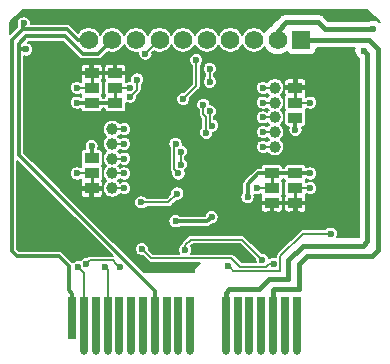
<source format=gbl>
G04 #@! TF.GenerationSoftware,KiCad,Pcbnew,(5.1.5)-3*
G04 #@! TF.CreationDate,2020-03-16T23:26:29+11:00*
G04 #@! TF.ProjectId,din_meter_atm90e26,64696e5f-6d65-4746-9572-5f61746d3930,rev?*
G04 #@! TF.SameCoordinates,Original*
G04 #@! TF.FileFunction,Copper,L2,Bot*
G04 #@! TF.FilePolarity,Positive*
%FSLAX46Y46*%
G04 Gerber Fmt 4.6, Leading zero omitted, Abs format (unit mm)*
G04 Created by KiCad (PCBNEW (5.1.5)-3) date 2020-03-16 23:26:29*
%MOMM*%
%LPD*%
G04 APERTURE LIST*
%ADD10C,1.000000*%
%ADD11R,1.270000X0.970000*%
%ADD12R,1.575000X1.575000*%
%ADD13C,1.575000*%
%ADD14O,0.650000X0.650000*%
%ADD15R,0.650000X4.600000*%
%ADD16R,0.650000X3.600000*%
%ADD17C,0.600000*%
%ADD18C,0.250000*%
%ADD19C,0.150000*%
%ADD20C,0.300000*%
%ADD21C,0.400000*%
%ADD22C,0.200000*%
G04 APERTURE END LIST*
D10*
X138910000Y-70150000D03*
X138910000Y-68900000D03*
X138910000Y-73900000D03*
X138910000Y-72650000D03*
X138910000Y-71400000D03*
X152660000Y-70400000D03*
X152660000Y-69150000D03*
X152660000Y-67900000D03*
X152660000Y-66650000D03*
X152660000Y-65400000D03*
D11*
X137160000Y-64130000D03*
X137160000Y-65400000D03*
X137160000Y-66670000D03*
X137160000Y-71380000D03*
X137160000Y-72650000D03*
X137160000Y-73920000D03*
X139160000Y-64130000D03*
X139160000Y-65400000D03*
X139160000Y-66670000D03*
D12*
X154907000Y-61341000D03*
D13*
X152907000Y-61341000D03*
X150907000Y-61341000D03*
X148907000Y-61341000D03*
X146907000Y-61341000D03*
X144907000Y-61341000D03*
X142907000Y-61341000D03*
X140907000Y-61341000D03*
X138907000Y-61341000D03*
X136907000Y-61341000D03*
D11*
X152410000Y-75170000D03*
X152410000Y-73900000D03*
X152410000Y-72630000D03*
X154410000Y-75170000D03*
X154410000Y-73900000D03*
X154410000Y-72630000D03*
X154410000Y-67920000D03*
X154410000Y-66650000D03*
X154410000Y-65380000D03*
D14*
X136508000Y-87723000D03*
X154508000Y-87723000D03*
X153508000Y-87723000D03*
X148508000Y-87723000D03*
X145508000Y-87723000D03*
X152508000Y-87723000D03*
X149508000Y-87723000D03*
X137508000Y-87723000D03*
X151508000Y-87723000D03*
X150508000Y-87723000D03*
X144508000Y-87723000D03*
X143508000Y-87723000D03*
X142508000Y-87723000D03*
X141508000Y-87723000D03*
X140508000Y-87723000D03*
X139508000Y-87723000D03*
X138508000Y-87723000D03*
D15*
X149508000Y-85423000D03*
X148508000Y-85423000D03*
X154508000Y-85423000D03*
X153508000Y-85423000D03*
X152508000Y-85423000D03*
X151508000Y-85423000D03*
X150508000Y-85423000D03*
X145508000Y-85423000D03*
X144508000Y-85423000D03*
X143508000Y-85423000D03*
X142508000Y-85423000D03*
X141508000Y-85423000D03*
X140508000Y-85423000D03*
X139508000Y-85423000D03*
X138508000Y-85423000D03*
X137508000Y-85423000D03*
X136508000Y-85423000D03*
D16*
X135508000Y-84923000D03*
D17*
X140410000Y-65400000D03*
X144410000Y-74350000D03*
X141360000Y-75100000D03*
X141710000Y-62500000D03*
X146860000Y-69200000D03*
X146610000Y-66850000D03*
X144260000Y-70150000D03*
X144510000Y-72650000D03*
X144910000Y-66350000D03*
X146010000Y-63050000D03*
X144710000Y-70800000D03*
X144710000Y-71900000D03*
X135910000Y-72650000D03*
X144286000Y-79056000D03*
X145910000Y-79056000D03*
X142786461Y-79055354D03*
X148704000Y-79056000D03*
X138042239Y-79321293D03*
X155660000Y-70650000D03*
X151460000Y-71450000D03*
X135910000Y-68650000D03*
X138560000Y-67800000D03*
X131610000Y-59100000D03*
X136010000Y-60150000D03*
X134010000Y-62150000D03*
X160010000Y-59250000D03*
X152310000Y-59250000D03*
X145910000Y-60000000D03*
X159160000Y-74400000D03*
X159160000Y-77750000D03*
X143660000Y-73150000D03*
X140660000Y-79400000D03*
X152410000Y-79150000D03*
X149910000Y-79350000D03*
X155410000Y-77150000D03*
X135210000Y-78050000D03*
X151160000Y-74900000D03*
X154660000Y-63400000D03*
X149660000Y-63400000D03*
X140410000Y-64150000D03*
X135910000Y-64150000D03*
X135910000Y-73900000D03*
X132410000Y-64900000D03*
X132410000Y-70900000D03*
X132410000Y-75400000D03*
X147910000Y-66150000D03*
X159160000Y-63900000D03*
X159160000Y-68400000D03*
X155660000Y-75150000D03*
X155660000Y-65400000D03*
X135910000Y-65400000D03*
X147310000Y-76350000D03*
X150360000Y-74650000D03*
X144260000Y-76700000D03*
X154410000Y-68950000D03*
X137160000Y-70350000D03*
X135910000Y-66650000D03*
X155660000Y-72650000D03*
X151160000Y-73900000D03*
X155660000Y-66650000D03*
X155660000Y-73900000D03*
X147160000Y-63800000D03*
X147160000Y-64900000D03*
X147160000Y-67400000D03*
X147360000Y-68600000D03*
X151660000Y-70400000D03*
X151660000Y-69150000D03*
X151660000Y-67900000D03*
X151660000Y-66650000D03*
X151660000Y-65400000D03*
X139560000Y-80580000D03*
X136685978Y-80319685D03*
X136004000Y-80580000D03*
X141010000Y-64700000D03*
X140410000Y-66150000D03*
X139910000Y-68900000D03*
X139910000Y-70150000D03*
X139910000Y-71400000D03*
X139910000Y-72650000D03*
X139910000Y-73900000D03*
X138290000Y-80580000D03*
X131410000Y-59950000D03*
X141410000Y-79050000D03*
X152560000Y-80300000D03*
X148733208Y-80456023D03*
X157410000Y-77750000D03*
X145084798Y-79129816D03*
X151610000Y-80000000D03*
X160210000Y-62250000D03*
X161010000Y-60450000D03*
X131610000Y-62150000D03*
D18*
X139160000Y-65400000D02*
X139160000Y-66718000D01*
D19*
X140410000Y-65400000D02*
X139160000Y-65400000D01*
X144410000Y-74350000D02*
X143660000Y-75100000D01*
X143660000Y-75100000D02*
X141360000Y-75100000D01*
X141710000Y-62500000D02*
X142869000Y-61341000D01*
X142869000Y-61341000D02*
X142907000Y-61341000D01*
X146860000Y-69200000D02*
X146810000Y-69150000D01*
X146810000Y-69150000D02*
X146810000Y-67850000D01*
X146810000Y-67850000D02*
X146610000Y-67650000D01*
X146610000Y-67650000D02*
X146610000Y-66850000D01*
X144160000Y-70250000D02*
X144260000Y-70150000D01*
X144160000Y-72300000D02*
X144160000Y-70250000D01*
X144510000Y-72650000D02*
X144160000Y-72300000D01*
X146010000Y-65250000D02*
X146010000Y-63050000D01*
X144910000Y-66350000D02*
X146010000Y-65250000D01*
X144710000Y-71900000D02*
X144710000Y-70800000D01*
D18*
X137160000Y-72650000D02*
X137160000Y-73836000D01*
D19*
X137160000Y-72650000D02*
X135910000Y-72650000D01*
D20*
X141970035Y-80710035D02*
X143676247Y-80710035D01*
X143676247Y-80710035D02*
X144100511Y-80710035D01*
X140660000Y-79400000D02*
X141970035Y-80710035D01*
X155660000Y-70650000D02*
X154860000Y-71450000D01*
X154860000Y-71450000D02*
X151460000Y-71450000D01*
X135910000Y-68650000D02*
X136760000Y-67800000D01*
X136760000Y-67800000D02*
X138560000Y-67800000D01*
X136010000Y-60150000D02*
X136160000Y-60000000D01*
X159710000Y-58950000D02*
X160010000Y-59250000D01*
X152610000Y-58950000D02*
X159710000Y-58950000D01*
X152310000Y-59250000D02*
X152610000Y-58950000D01*
X136160000Y-60000000D02*
X145910000Y-60000000D01*
X151180000Y-75170000D02*
X151180000Y-74920000D01*
X151180000Y-74920000D02*
X151160000Y-74900000D01*
X140390000Y-64130000D02*
X140410000Y-64150000D01*
X139160000Y-64130000D02*
X140390000Y-64130000D01*
X135930000Y-64130000D02*
X135910000Y-64150000D01*
X137160000Y-64130000D02*
X135930000Y-64130000D01*
X135910000Y-73900000D02*
X135930000Y-73920000D01*
X135930000Y-73920000D02*
X137160000Y-73920000D01*
X152410000Y-75170000D02*
X151180000Y-75170000D01*
X151180000Y-75170000D02*
X151160000Y-75150000D01*
X154410000Y-75170000D02*
X155640000Y-75170000D01*
X155640000Y-75170000D02*
X155660000Y-75150000D01*
X155640000Y-65380000D02*
X154410000Y-65380000D01*
X155660000Y-65400000D02*
X155640000Y-65380000D01*
D18*
X137160000Y-65400000D02*
X137160000Y-64083000D01*
D19*
X135910000Y-65400000D02*
X137160000Y-65400000D01*
D20*
X151280000Y-72630000D02*
X152410000Y-72630000D01*
X150360000Y-73550000D02*
X151280000Y-72630000D01*
X150360000Y-74650000D02*
X150360000Y-73550000D01*
X146960000Y-76700000D02*
X147310000Y-76350000D01*
X144260000Y-76700000D02*
X146960000Y-76700000D01*
X154410000Y-67920000D02*
X154410000Y-68950000D01*
X137160000Y-71380000D02*
X137160000Y-70350000D01*
X135930000Y-66670000D02*
X135910000Y-66650000D01*
X137160000Y-66670000D02*
X135930000Y-66670000D01*
X137160000Y-66670000D02*
X139160000Y-66670000D01*
X154410000Y-72630000D02*
X152410000Y-72630000D01*
X154410000Y-72630000D02*
X155640000Y-72630000D01*
X155640000Y-72630000D02*
X155660000Y-72650000D01*
D18*
X152410000Y-73900000D02*
X152410000Y-72602000D01*
D19*
X151160000Y-73900000D02*
X152410000Y-73900000D01*
D18*
X154410000Y-66650000D02*
X154410000Y-65349000D01*
D19*
X154410000Y-66650000D02*
X155660000Y-66650000D01*
D18*
X154410000Y-73900000D02*
X154410000Y-75110000D01*
D19*
X155660000Y-73900000D02*
X154410000Y-73900000D01*
X147160000Y-64900000D02*
X147160000Y-63800000D01*
X147160000Y-68400000D02*
X147160000Y-67400000D01*
X147360000Y-68600000D02*
X147160000Y-68400000D01*
X151660000Y-70400000D02*
X152660000Y-70400000D01*
X151660000Y-69150000D02*
X152660000Y-69150000D01*
X152660000Y-67900000D02*
X151660000Y-67900000D01*
X151660000Y-66650000D02*
X152660000Y-66650000D01*
X151660000Y-65400000D02*
X152660000Y-65400000D01*
X138999686Y-80019686D02*
X139260001Y-80280001D01*
X136985977Y-80019686D02*
X138999686Y-80019686D01*
X136685978Y-80319685D02*
X136985977Y-80019686D01*
X139260001Y-80280001D02*
X139560000Y-80580000D01*
X136508000Y-85423000D02*
X136508000Y-81084000D01*
X136303999Y-80879999D02*
X136004000Y-80580000D01*
X136508000Y-81084000D02*
X136303999Y-80879999D01*
X141010000Y-65550000D02*
X141010000Y-64700000D01*
X140410000Y-66150000D02*
X141010000Y-65550000D01*
X139910000Y-68900000D02*
X138910000Y-68900000D01*
X139910000Y-70150000D02*
X138910000Y-70150000D01*
X138910000Y-71400000D02*
X139910000Y-71400000D01*
X139910000Y-72650000D02*
X138910000Y-72650000D01*
X139910000Y-73900000D02*
X138910000Y-73900000D01*
X138508000Y-85423000D02*
X138508000Y-80798000D01*
X138508000Y-80798000D02*
X138290000Y-80580000D01*
D20*
X131410000Y-59950000D02*
X131310000Y-60050000D01*
X131310000Y-60050000D02*
X131310000Y-60450000D01*
X130410000Y-61750000D02*
X130410000Y-61350000D01*
X130810000Y-79650000D02*
X130410000Y-79250000D01*
X130410000Y-79250000D02*
X130410000Y-62250000D01*
X130410000Y-62250000D02*
X130410000Y-61750000D01*
X135508000Y-84923000D02*
X135508000Y-82848000D01*
X134410000Y-79650000D02*
X133710000Y-79650000D01*
X135210000Y-80450000D02*
X134410000Y-79650000D01*
X135210000Y-82550000D02*
X135210000Y-80450000D01*
X135508000Y-82848000D02*
X135210000Y-82550000D01*
X133710000Y-79650000D02*
X130810000Y-79650000D01*
X136001000Y-61341000D02*
X136907000Y-61341000D01*
X135110000Y-60450000D02*
X136001000Y-61341000D01*
X131310000Y-60450000D02*
X135110000Y-60450000D01*
X130410000Y-61350000D02*
X131310000Y-60450000D01*
X136898000Y-61350000D02*
X136907000Y-61341000D01*
D19*
X151885736Y-80550000D02*
X152135736Y-80300000D01*
X149705002Y-80550000D02*
X151885736Y-80550000D01*
X148990021Y-79835019D02*
X149705002Y-80550000D01*
X141410000Y-79050000D02*
X142195019Y-79835019D01*
X142195019Y-79835019D02*
X148990021Y-79835019D01*
X152135736Y-80300000D02*
X152560000Y-80300000D01*
X155055404Y-77750000D02*
X153134998Y-79670406D01*
X153134998Y-79670406D02*
X153134998Y-80825002D01*
X149152183Y-80874998D02*
X149033207Y-80756022D01*
X157410000Y-77750000D02*
X155055404Y-77750000D01*
X153134998Y-80825002D02*
X153085002Y-80874998D01*
X149033207Y-80756022D02*
X148733208Y-80456023D01*
X153085002Y-80874998D02*
X149152183Y-80874998D01*
X145084798Y-78705552D02*
X145084798Y-79129816D01*
X145542349Y-78248001D02*
X145084798Y-78705552D01*
X151610000Y-80000000D02*
X149858001Y-78248001D01*
X149858001Y-78248001D02*
X145542349Y-78248001D01*
D21*
X153810000Y-81050000D02*
X153810000Y-81550000D01*
X153810000Y-79950000D02*
X153810000Y-81050000D01*
X152907000Y-61341000D02*
X152907000Y-60553000D01*
X160110000Y-78750000D02*
X155010000Y-78750000D01*
X160510000Y-78350000D02*
X160110000Y-78750000D01*
X160510000Y-62550000D02*
X160510000Y-78350000D01*
X160210000Y-62250000D02*
X160510000Y-62550000D01*
X156910000Y-60450000D02*
X161010000Y-60450000D01*
X156310000Y-59850000D02*
X156910000Y-60450000D01*
X153610000Y-59850000D02*
X156310000Y-59850000D01*
X152907000Y-60553000D02*
X153610000Y-59850000D01*
X155010000Y-78750000D02*
X153810000Y-79950000D01*
X153810000Y-81550000D02*
X152210000Y-81550000D01*
X148508000Y-82752000D02*
X148508000Y-85423000D01*
X148810000Y-82450000D02*
X148508000Y-82752000D01*
X151310000Y-82450000D02*
X148810000Y-82450000D01*
X152210000Y-81550000D02*
X151310000Y-82450000D01*
X152610000Y-82450000D02*
X152508000Y-82552000D01*
X154710000Y-82450000D02*
X153410000Y-82450000D01*
X153410000Y-82450000D02*
X152610000Y-82450000D01*
X154907000Y-61341000D02*
X160601000Y-61341000D01*
X152508000Y-82552000D02*
X152508000Y-85423000D01*
X154710000Y-80350000D02*
X154710000Y-81750000D01*
X155410000Y-79650000D02*
X154710000Y-80350000D01*
X160910000Y-79650000D02*
X155410000Y-79650000D01*
X161410000Y-79150000D02*
X160910000Y-79650000D01*
X161410000Y-62150000D02*
X161410000Y-79150000D01*
X160601000Y-61341000D02*
X161410000Y-62150000D01*
X154710000Y-81750000D02*
X154710000Y-82450000D01*
D20*
X142508000Y-85423000D02*
X142508000Y-82565996D01*
X131010000Y-71067996D02*
X131010000Y-62150000D01*
X142508000Y-82565996D02*
X131010000Y-71067996D01*
X131610000Y-62150000D02*
X131010000Y-62150000D01*
X131010000Y-62150000D02*
X131010000Y-61650000D01*
X136410000Y-62550000D02*
X137698000Y-62550000D01*
X134910000Y-61050000D02*
X136410000Y-62550000D01*
X131610000Y-61050000D02*
X134910000Y-61050000D01*
X131010000Y-61650000D02*
X131610000Y-61050000D01*
X137698000Y-62550000D02*
X138907000Y-61341000D01*
D22*
G36*
X136076176Y-62852572D02*
G01*
X136090263Y-62869737D01*
X136107428Y-62883824D01*
X136107432Y-62883828D01*
X136158783Y-62925971D01*
X136186491Y-62940781D01*
X136236959Y-62967757D01*
X136321785Y-62993489D01*
X136387895Y-63000000D01*
X136387907Y-63000000D01*
X136409999Y-63002176D01*
X136432091Y-63000000D01*
X137675906Y-63000000D01*
X137698000Y-63002176D01*
X137720094Y-63000000D01*
X137720105Y-63000000D01*
X137786215Y-62993489D01*
X137871041Y-62967757D01*
X137949216Y-62925971D01*
X138017737Y-62869737D01*
X138031829Y-62852566D01*
X138524663Y-62359732D01*
X138589788Y-62386708D01*
X138799891Y-62428500D01*
X139014109Y-62428500D01*
X139224212Y-62386708D01*
X139422124Y-62304730D01*
X139600241Y-62185716D01*
X139751716Y-62034241D01*
X139870730Y-61856124D01*
X139907000Y-61768561D01*
X139943270Y-61856124D01*
X140062284Y-62034241D01*
X140213759Y-62185716D01*
X140391876Y-62304730D01*
X140589788Y-62386708D01*
X140799891Y-62428500D01*
X141014109Y-62428500D01*
X141116520Y-62408129D01*
X141110000Y-62440905D01*
X141110000Y-62559095D01*
X141133058Y-62675014D01*
X141178287Y-62784207D01*
X141243950Y-62882478D01*
X141327522Y-62966050D01*
X141425793Y-63031713D01*
X141534986Y-63076942D01*
X141650905Y-63100000D01*
X141769095Y-63100000D01*
X141885014Y-63076942D01*
X141994207Y-63031713D01*
X142092478Y-62966050D01*
X142176050Y-62882478D01*
X142241713Y-62784207D01*
X142286942Y-62675014D01*
X142310000Y-62559095D01*
X142310000Y-62440905D01*
X142308245Y-62432084D01*
X142422793Y-62317536D01*
X142589788Y-62386708D01*
X142799891Y-62428500D01*
X143014109Y-62428500D01*
X143224212Y-62386708D01*
X143422124Y-62304730D01*
X143600241Y-62185716D01*
X143751716Y-62034241D01*
X143870730Y-61856124D01*
X143907000Y-61768561D01*
X143943270Y-61856124D01*
X144062284Y-62034241D01*
X144213759Y-62185716D01*
X144391876Y-62304730D01*
X144589788Y-62386708D01*
X144799891Y-62428500D01*
X145014109Y-62428500D01*
X145224212Y-62386708D01*
X145422124Y-62304730D01*
X145600241Y-62185716D01*
X145751716Y-62034241D01*
X145870730Y-61856124D01*
X145907000Y-61768561D01*
X145943270Y-61856124D01*
X146062284Y-62034241D01*
X146213759Y-62185716D01*
X146391876Y-62304730D01*
X146589788Y-62386708D01*
X146799891Y-62428500D01*
X147014109Y-62428500D01*
X147224212Y-62386708D01*
X147422124Y-62304730D01*
X147600241Y-62185716D01*
X147751716Y-62034241D01*
X147870730Y-61856124D01*
X147907000Y-61768561D01*
X147943270Y-61856124D01*
X148062284Y-62034241D01*
X148213759Y-62185716D01*
X148391876Y-62304730D01*
X148589788Y-62386708D01*
X148799891Y-62428500D01*
X149014109Y-62428500D01*
X149224212Y-62386708D01*
X149422124Y-62304730D01*
X149600241Y-62185716D01*
X149751716Y-62034241D01*
X149870730Y-61856124D01*
X149907000Y-61768561D01*
X149943270Y-61856124D01*
X150062284Y-62034241D01*
X150213759Y-62185716D01*
X150391876Y-62304730D01*
X150589788Y-62386708D01*
X150799891Y-62428500D01*
X151014109Y-62428500D01*
X151224212Y-62386708D01*
X151422124Y-62304730D01*
X151600241Y-62185716D01*
X151751716Y-62034241D01*
X151786731Y-61981838D01*
X151906933Y-62161734D01*
X152086266Y-62341067D01*
X152297140Y-62481968D01*
X152531450Y-62579022D01*
X152780192Y-62628500D01*
X153033808Y-62628500D01*
X153282550Y-62579022D01*
X153516860Y-62481968D01*
X153682375Y-62371375D01*
X153701754Y-62407629D01*
X153764236Y-62483764D01*
X153840371Y-62546246D01*
X153927233Y-62592675D01*
X154021483Y-62621265D01*
X154119500Y-62630919D01*
X155694500Y-62630919D01*
X155792517Y-62621265D01*
X155886767Y-62592675D01*
X155973629Y-62546246D01*
X156049764Y-62483764D01*
X156112246Y-62407629D01*
X156158675Y-62320767D01*
X156187265Y-62226517D01*
X156196919Y-62128500D01*
X156196919Y-62041000D01*
X159435899Y-62041000D01*
X159410000Y-62171207D01*
X159410000Y-62328793D01*
X159440743Y-62483351D01*
X159501049Y-62628942D01*
X159588599Y-62759970D01*
X159700030Y-62871401D01*
X159810000Y-62944881D01*
X159810001Y-78050000D01*
X157931160Y-78050000D01*
X157941713Y-78034207D01*
X157986942Y-77925014D01*
X158010000Y-77809095D01*
X158010000Y-77690905D01*
X157986942Y-77574986D01*
X157941713Y-77465793D01*
X157876050Y-77367522D01*
X157792478Y-77283950D01*
X157694207Y-77218287D01*
X157585014Y-77173058D01*
X157469095Y-77150000D01*
X157350905Y-77150000D01*
X157234986Y-77173058D01*
X157125793Y-77218287D01*
X157027522Y-77283950D01*
X156943950Y-77367522D01*
X156938953Y-77375000D01*
X155073819Y-77375000D01*
X155055403Y-77373186D01*
X155036987Y-77375000D01*
X155036985Y-77375000D01*
X154981891Y-77380426D01*
X154911204Y-77401869D01*
X154846057Y-77436691D01*
X154788956Y-77483552D01*
X154777213Y-77497861D01*
X152882864Y-79392211D01*
X152868550Y-79403958D01*
X152821689Y-79461060D01*
X152786867Y-79526207D01*
X152765424Y-79596894D01*
X152760453Y-79647370D01*
X152758184Y-79670406D01*
X152759998Y-79688822D01*
X152759998Y-79733407D01*
X152735014Y-79723058D01*
X152619095Y-79700000D01*
X152500905Y-79700000D01*
X152384986Y-79723058D01*
X152275793Y-79768287D01*
X152187411Y-79827343D01*
X152186942Y-79824986D01*
X152141713Y-79715793D01*
X152076050Y-79617522D01*
X151992478Y-79533950D01*
X151894207Y-79468287D01*
X151785014Y-79423058D01*
X151669095Y-79400000D01*
X151550905Y-79400000D01*
X151542084Y-79401755D01*
X150136196Y-77995867D01*
X150124449Y-77981553D01*
X150067348Y-77934692D01*
X150002201Y-77899870D01*
X149931514Y-77878427D01*
X149876420Y-77873001D01*
X149876417Y-77873001D01*
X149858001Y-77871187D01*
X149839585Y-77873001D01*
X145560765Y-77873001D01*
X145542349Y-77871187D01*
X145523933Y-77873001D01*
X145523930Y-77873001D01*
X145468836Y-77878427D01*
X145398149Y-77899870D01*
X145333002Y-77934692D01*
X145275901Y-77981553D01*
X145264158Y-77995862D01*
X144832664Y-78427357D01*
X144818350Y-78439104D01*
X144771489Y-78496206D01*
X144736667Y-78561353D01*
X144715224Y-78632040D01*
X144712788Y-78656771D01*
X144702320Y-78663766D01*
X144618748Y-78747338D01*
X144553085Y-78845609D01*
X144507856Y-78954802D01*
X144484798Y-79070721D01*
X144484798Y-79188911D01*
X144507856Y-79304830D01*
X144553085Y-79414023D01*
X144583819Y-79460019D01*
X142350349Y-79460019D01*
X142008245Y-79117916D01*
X142010000Y-79109095D01*
X142010000Y-78990905D01*
X141986942Y-78874986D01*
X141941713Y-78765793D01*
X141876050Y-78667522D01*
X141792478Y-78583950D01*
X141694207Y-78518287D01*
X141585014Y-78473058D01*
X141469095Y-78450000D01*
X141350905Y-78450000D01*
X141234986Y-78473058D01*
X141125793Y-78518287D01*
X141027522Y-78583950D01*
X140943950Y-78667522D01*
X140878287Y-78765793D01*
X140833058Y-78874986D01*
X140810000Y-78990905D01*
X140810000Y-79109095D01*
X140833058Y-79225014D01*
X140878287Y-79334207D01*
X140943950Y-79432478D01*
X141027522Y-79516050D01*
X141125793Y-79581713D01*
X141234986Y-79626942D01*
X141350905Y-79650000D01*
X141469095Y-79650000D01*
X141477916Y-79648245D01*
X141916828Y-80087158D01*
X141928571Y-80101467D01*
X141942878Y-80113208D01*
X141985672Y-80148329D01*
X142029615Y-80171816D01*
X142050819Y-80183150D01*
X142121506Y-80204593D01*
X142176600Y-80210019D01*
X142176603Y-80210019D01*
X142195019Y-80211833D01*
X142213435Y-80210019D01*
X146335651Y-80210019D01*
X145924861Y-80620809D01*
X145910553Y-80632552D01*
X145890641Y-80656815D01*
X145863691Y-80689654D01*
X145845073Y-80724487D01*
X145828870Y-80754800D01*
X145810170Y-80816447D01*
X145807427Y-80825488D01*
X145800186Y-80899000D01*
X145802001Y-80917426D01*
X145802001Y-80988000D01*
X141566400Y-80988000D01*
X137219305Y-76640905D01*
X143660000Y-76640905D01*
X143660000Y-76759095D01*
X143683058Y-76875014D01*
X143728287Y-76984207D01*
X143793950Y-77082478D01*
X143877522Y-77166050D01*
X143975793Y-77231713D01*
X144084986Y-77276942D01*
X144200905Y-77300000D01*
X144319095Y-77300000D01*
X144435014Y-77276942D01*
X144544207Y-77231713D01*
X144642478Y-77166050D01*
X144658528Y-77150000D01*
X146937906Y-77150000D01*
X146960000Y-77152176D01*
X146982094Y-77150000D01*
X146982105Y-77150000D01*
X147048215Y-77143489D01*
X147133041Y-77117757D01*
X147211216Y-77075971D01*
X147279737Y-77019737D01*
X147293828Y-77002567D01*
X147346395Y-76950000D01*
X147369095Y-76950000D01*
X147485014Y-76926942D01*
X147594207Y-76881713D01*
X147692478Y-76816050D01*
X147776050Y-76732478D01*
X147841713Y-76634207D01*
X147886942Y-76525014D01*
X147910000Y-76409095D01*
X147910000Y-76290905D01*
X147886942Y-76174986D01*
X147841713Y-76065793D01*
X147776050Y-75967522D01*
X147692478Y-75883950D01*
X147594207Y-75818287D01*
X147485014Y-75773058D01*
X147369095Y-75750000D01*
X147250905Y-75750000D01*
X147134986Y-75773058D01*
X147025793Y-75818287D01*
X146927522Y-75883950D01*
X146843950Y-75967522D01*
X146778287Y-76065793D01*
X146733058Y-76174986D01*
X146718137Y-76250000D01*
X144658528Y-76250000D01*
X144642478Y-76233950D01*
X144544207Y-76168287D01*
X144435014Y-76123058D01*
X144319095Y-76100000D01*
X144200905Y-76100000D01*
X144084986Y-76123058D01*
X143975793Y-76168287D01*
X143877522Y-76233950D01*
X143793950Y-76317522D01*
X143728287Y-76415793D01*
X143683058Y-76524986D01*
X143660000Y-76640905D01*
X137219305Y-76640905D01*
X135619305Y-75040905D01*
X140760000Y-75040905D01*
X140760000Y-75159095D01*
X140783058Y-75275014D01*
X140828287Y-75384207D01*
X140893950Y-75482478D01*
X140977522Y-75566050D01*
X141075793Y-75631713D01*
X141184986Y-75676942D01*
X141300905Y-75700000D01*
X141419095Y-75700000D01*
X141535014Y-75676942D01*
X141587986Y-75655000D01*
X151473548Y-75655000D01*
X151479340Y-75713810D01*
X151496495Y-75770361D01*
X151524352Y-75822478D01*
X151561841Y-75868159D01*
X151607522Y-75905648D01*
X151659639Y-75933505D01*
X151716190Y-75950660D01*
X151775000Y-75956452D01*
X152235000Y-75955000D01*
X152310000Y-75880000D01*
X152310000Y-75270000D01*
X152510000Y-75270000D01*
X152510000Y-75880000D01*
X152585000Y-75955000D01*
X153045000Y-75956452D01*
X153103810Y-75950660D01*
X153160361Y-75933505D01*
X153212478Y-75905648D01*
X153258159Y-75868159D01*
X153295648Y-75822478D01*
X153323505Y-75770361D01*
X153340660Y-75713810D01*
X153346452Y-75655000D01*
X153345000Y-75345000D01*
X153270000Y-75270000D01*
X152510000Y-75270000D01*
X152310000Y-75270000D01*
X151550000Y-75270000D01*
X151475000Y-75345000D01*
X151473548Y-75655000D01*
X141587986Y-75655000D01*
X141644207Y-75631713D01*
X141742478Y-75566050D01*
X141826050Y-75482478D01*
X141831047Y-75475000D01*
X143641584Y-75475000D01*
X143660000Y-75476814D01*
X143678416Y-75475000D01*
X143678419Y-75475000D01*
X143733513Y-75469574D01*
X143804200Y-75448131D01*
X143869347Y-75413309D01*
X143926448Y-75366448D01*
X143938195Y-75352134D01*
X144342084Y-74948245D01*
X144350905Y-74950000D01*
X144469095Y-74950000D01*
X144585014Y-74926942D01*
X144694207Y-74881713D01*
X144792478Y-74816050D01*
X144876050Y-74732478D01*
X144941713Y-74634207D01*
X144959649Y-74590905D01*
X149760000Y-74590905D01*
X149760000Y-74709095D01*
X149783058Y-74825014D01*
X149828287Y-74934207D01*
X149893950Y-75032478D01*
X149977522Y-75116050D01*
X150075793Y-75181713D01*
X150184986Y-75226942D01*
X150300905Y-75250000D01*
X150419095Y-75250000D01*
X150535014Y-75226942D01*
X150644207Y-75181713D01*
X150742478Y-75116050D01*
X150826050Y-75032478D01*
X150891713Y-74934207D01*
X150936942Y-74825014D01*
X150960000Y-74709095D01*
X150960000Y-74590905D01*
X150936942Y-74474986D01*
X150927970Y-74453325D01*
X150984986Y-74476942D01*
X151100905Y-74500000D01*
X151219095Y-74500000D01*
X151335014Y-74476942D01*
X151444207Y-74431713D01*
X151476054Y-74410433D01*
X151479341Y-74443810D01*
X151496496Y-74500360D01*
X151515011Y-74534999D01*
X151496495Y-74569639D01*
X151479340Y-74626190D01*
X151473548Y-74685000D01*
X151475000Y-74995000D01*
X151550000Y-75070000D01*
X152310000Y-75070000D01*
X152310000Y-75050000D01*
X152510000Y-75050000D01*
X152510000Y-75070000D01*
X153270000Y-75070000D01*
X153345000Y-74995000D01*
X153346452Y-74685000D01*
X153340660Y-74626190D01*
X153323505Y-74569639D01*
X153304989Y-74534999D01*
X153323504Y-74500360D01*
X153340659Y-74443810D01*
X153346451Y-74385000D01*
X153346451Y-73415000D01*
X153340659Y-73356190D01*
X153323504Y-73299640D01*
X153304989Y-73265000D01*
X153323504Y-73230360D01*
X153340659Y-73173810D01*
X153346451Y-73115000D01*
X153346451Y-73080000D01*
X153473549Y-73080000D01*
X153473549Y-73115000D01*
X153479341Y-73173810D01*
X153496496Y-73230360D01*
X153515011Y-73265000D01*
X153496496Y-73299640D01*
X153479341Y-73356190D01*
X153473549Y-73415000D01*
X153473549Y-74385000D01*
X153479341Y-74443810D01*
X153496496Y-74500360D01*
X153515011Y-74534999D01*
X153496495Y-74569639D01*
X153479340Y-74626190D01*
X153473548Y-74685000D01*
X153475000Y-74995000D01*
X153550000Y-75070000D01*
X153985001Y-75070000D01*
X153985001Y-75130874D01*
X153991151Y-75193314D01*
X154014413Y-75270000D01*
X153550000Y-75270000D01*
X153475000Y-75345000D01*
X153473548Y-75655000D01*
X153479340Y-75713810D01*
X153496495Y-75770361D01*
X153524352Y-75822478D01*
X153561841Y-75868159D01*
X153607522Y-75905648D01*
X153659639Y-75933505D01*
X153716190Y-75950660D01*
X153775000Y-75956452D01*
X154235000Y-75955000D01*
X154310000Y-75880000D01*
X154310000Y-75523788D01*
X154326687Y-75528850D01*
X154410000Y-75537056D01*
X154493314Y-75528850D01*
X154510000Y-75523788D01*
X154510000Y-75880000D01*
X154585000Y-75955000D01*
X155045000Y-75956452D01*
X155103810Y-75950660D01*
X155160361Y-75933505D01*
X155212478Y-75905648D01*
X155258159Y-75868159D01*
X155295648Y-75822478D01*
X155323505Y-75770361D01*
X155340660Y-75713810D01*
X155346452Y-75655000D01*
X155345000Y-75345000D01*
X155270000Y-75270000D01*
X154805588Y-75270000D01*
X154828850Y-75193314D01*
X154835000Y-75130874D01*
X154835000Y-75070000D01*
X155270000Y-75070000D01*
X155345000Y-74995000D01*
X155346452Y-74685000D01*
X155340660Y-74626190D01*
X155323505Y-74569639D01*
X155304989Y-74534999D01*
X155323504Y-74500360D01*
X155340659Y-74443810D01*
X155343946Y-74410433D01*
X155375793Y-74431713D01*
X155484986Y-74476942D01*
X155600905Y-74500000D01*
X155719095Y-74500000D01*
X155835014Y-74476942D01*
X155944207Y-74431713D01*
X156042478Y-74366050D01*
X156126050Y-74282478D01*
X156191713Y-74184207D01*
X156236942Y-74075014D01*
X156260000Y-73959095D01*
X156260000Y-73840905D01*
X156236942Y-73724986D01*
X156191713Y-73615793D01*
X156126050Y-73517522D01*
X156042478Y-73433950D01*
X155944207Y-73368287D01*
X155835014Y-73323058D01*
X155719095Y-73300000D01*
X155600905Y-73300000D01*
X155484986Y-73323058D01*
X155375793Y-73368287D01*
X155343946Y-73389567D01*
X155340659Y-73356190D01*
X155323504Y-73299640D01*
X155304989Y-73265000D01*
X155323504Y-73230360D01*
X155340659Y-73173810D01*
X155342098Y-73159199D01*
X155375793Y-73181713D01*
X155484986Y-73226942D01*
X155600905Y-73250000D01*
X155719095Y-73250000D01*
X155835014Y-73226942D01*
X155944207Y-73181713D01*
X156042478Y-73116050D01*
X156126050Y-73032478D01*
X156191713Y-72934207D01*
X156236942Y-72825014D01*
X156260000Y-72709095D01*
X156260000Y-72590905D01*
X156236942Y-72474986D01*
X156191713Y-72365793D01*
X156126050Y-72267522D01*
X156042478Y-72183950D01*
X155944207Y-72118287D01*
X155835014Y-72073058D01*
X155719095Y-72050000D01*
X155600905Y-72050000D01*
X155484986Y-72073058D01*
X155375793Y-72118287D01*
X155345794Y-72138332D01*
X155340659Y-72086190D01*
X155323504Y-72029640D01*
X155295647Y-71977523D01*
X155258158Y-71931842D01*
X155212477Y-71894353D01*
X155160360Y-71866496D01*
X155103810Y-71849341D01*
X155045000Y-71843549D01*
X153775000Y-71843549D01*
X153716190Y-71849341D01*
X153659640Y-71866496D01*
X153607523Y-71894353D01*
X153561842Y-71931842D01*
X153524353Y-71977523D01*
X153496496Y-72029640D01*
X153479341Y-72086190D01*
X153473549Y-72145000D01*
X153473549Y-72180000D01*
X153346451Y-72180000D01*
X153346451Y-72145000D01*
X153340659Y-72086190D01*
X153323504Y-72029640D01*
X153295647Y-71977523D01*
X153258158Y-71931842D01*
X153212477Y-71894353D01*
X153160360Y-71866496D01*
X153103810Y-71849341D01*
X153045000Y-71843549D01*
X151775000Y-71843549D01*
X151716190Y-71849341D01*
X151659640Y-71866496D01*
X151607523Y-71894353D01*
X151561842Y-71931842D01*
X151524353Y-71977523D01*
X151496496Y-72029640D01*
X151479341Y-72086190D01*
X151473549Y-72145000D01*
X151473549Y-72180000D01*
X151302091Y-72180000D01*
X151279999Y-72177824D01*
X151257907Y-72180000D01*
X151257895Y-72180000D01*
X151191785Y-72186511D01*
X151106959Y-72212243D01*
X151056014Y-72239474D01*
X151028783Y-72254029D01*
X150977432Y-72296172D01*
X150977428Y-72296176D01*
X150960263Y-72310263D01*
X150946176Y-72327428D01*
X150057429Y-73216176D01*
X150040264Y-73230263D01*
X150026177Y-73247428D01*
X150026172Y-73247433D01*
X149984029Y-73298784D01*
X149942243Y-73376960D01*
X149916512Y-73461785D01*
X149907824Y-73550000D01*
X149910001Y-73572104D01*
X149910000Y-74251472D01*
X149893950Y-74267522D01*
X149828287Y-74365793D01*
X149783058Y-74474986D01*
X149760000Y-74590905D01*
X144959649Y-74590905D01*
X144986942Y-74525014D01*
X145010000Y-74409095D01*
X145010000Y-74290905D01*
X144986942Y-74174986D01*
X144941713Y-74065793D01*
X144876050Y-73967522D01*
X144792478Y-73883950D01*
X144694207Y-73818287D01*
X144585014Y-73773058D01*
X144469095Y-73750000D01*
X144350905Y-73750000D01*
X144234986Y-73773058D01*
X144125793Y-73818287D01*
X144027522Y-73883950D01*
X143943950Y-73967522D01*
X143878287Y-74065793D01*
X143833058Y-74174986D01*
X143810000Y-74290905D01*
X143810000Y-74409095D01*
X143811755Y-74417916D01*
X143504671Y-74725000D01*
X141831047Y-74725000D01*
X141826050Y-74717522D01*
X141742478Y-74633950D01*
X141644207Y-74568287D01*
X141535014Y-74523058D01*
X141419095Y-74500000D01*
X141300905Y-74500000D01*
X141184986Y-74523058D01*
X141075793Y-74568287D01*
X140977522Y-74633950D01*
X140893950Y-74717522D01*
X140828287Y-74815793D01*
X140783058Y-74924986D01*
X140760000Y-75040905D01*
X135619305Y-75040905D01*
X133169305Y-72590905D01*
X135310000Y-72590905D01*
X135310000Y-72709095D01*
X135333058Y-72825014D01*
X135378287Y-72934207D01*
X135443950Y-73032478D01*
X135527522Y-73116050D01*
X135625793Y-73181713D01*
X135734986Y-73226942D01*
X135850905Y-73250000D01*
X135969095Y-73250000D01*
X136085014Y-73226942D01*
X136194207Y-73181713D01*
X136226054Y-73160433D01*
X136229341Y-73193810D01*
X136246496Y-73250360D01*
X136265011Y-73284999D01*
X136246495Y-73319639D01*
X136229340Y-73376190D01*
X136223548Y-73435000D01*
X136225000Y-73745000D01*
X136300000Y-73820000D01*
X136735001Y-73820000D01*
X136735001Y-73856874D01*
X136741151Y-73919314D01*
X136765453Y-73999427D01*
X136776449Y-74020000D01*
X136300000Y-74020000D01*
X136225000Y-74095000D01*
X136223548Y-74405000D01*
X136229340Y-74463810D01*
X136246495Y-74520361D01*
X136274352Y-74572478D01*
X136311841Y-74618159D01*
X136357522Y-74655648D01*
X136409639Y-74683505D01*
X136466190Y-74700660D01*
X136525000Y-74706452D01*
X136985000Y-74705000D01*
X137060000Y-74630000D01*
X137060000Y-74249788D01*
X137076687Y-74254850D01*
X137160000Y-74263056D01*
X137243314Y-74254850D01*
X137260000Y-74249788D01*
X137260000Y-74630000D01*
X137335000Y-74705000D01*
X137795000Y-74706452D01*
X137853810Y-74700660D01*
X137910361Y-74683505D01*
X137962478Y-74655648D01*
X138008159Y-74618159D01*
X138045648Y-74572478D01*
X138073505Y-74520361D01*
X138090660Y-74463810D01*
X138096452Y-74405000D01*
X138095000Y-74095000D01*
X138020000Y-74020000D01*
X137543552Y-74020000D01*
X137554548Y-73999427D01*
X137578850Y-73919314D01*
X137585000Y-73856874D01*
X137585000Y-73820000D01*
X138020000Y-73820000D01*
X138095000Y-73745000D01*
X138096452Y-73435000D01*
X138090660Y-73376190D01*
X138073505Y-73319639D01*
X138054989Y-73284999D01*
X138073504Y-73250360D01*
X138090659Y-73193810D01*
X138096451Y-73135000D01*
X138096451Y-72165000D01*
X138090659Y-72106190D01*
X138073504Y-72049640D01*
X138054989Y-72015000D01*
X138073504Y-71980360D01*
X138090659Y-71923810D01*
X138096451Y-71865000D01*
X138096451Y-70895000D01*
X138090659Y-70836190D01*
X138073504Y-70779640D01*
X138045647Y-70727523D01*
X138008158Y-70681842D01*
X137962477Y-70644353D01*
X137910360Y-70616496D01*
X137853810Y-70599341D01*
X137795000Y-70593549D01*
X137708554Y-70593549D01*
X137736942Y-70525014D01*
X137760000Y-70409095D01*
X137760000Y-70290905D01*
X137736942Y-70174986D01*
X137691713Y-70065793D01*
X137626050Y-69967522D01*
X137542478Y-69883950D01*
X137444207Y-69818287D01*
X137335014Y-69773058D01*
X137219095Y-69750000D01*
X137100905Y-69750000D01*
X136984986Y-69773058D01*
X136875793Y-69818287D01*
X136777522Y-69883950D01*
X136693950Y-69967522D01*
X136628287Y-70065793D01*
X136583058Y-70174986D01*
X136560000Y-70290905D01*
X136560000Y-70409095D01*
X136583058Y-70525014D01*
X136611446Y-70593549D01*
X136525000Y-70593549D01*
X136466190Y-70599341D01*
X136409640Y-70616496D01*
X136357523Y-70644353D01*
X136311842Y-70681842D01*
X136274353Y-70727523D01*
X136246496Y-70779640D01*
X136229341Y-70836190D01*
X136223549Y-70895000D01*
X136223549Y-71865000D01*
X136229341Y-71923810D01*
X136246496Y-71980360D01*
X136265011Y-72015000D01*
X136246496Y-72049640D01*
X136229341Y-72106190D01*
X136226054Y-72139567D01*
X136194207Y-72118287D01*
X136085014Y-72073058D01*
X135969095Y-72050000D01*
X135850905Y-72050000D01*
X135734986Y-72073058D01*
X135625793Y-72118287D01*
X135527522Y-72183950D01*
X135443950Y-72267522D01*
X135378287Y-72365793D01*
X135333058Y-72474986D01*
X135310000Y-72590905D01*
X133169305Y-72590905D01*
X131460000Y-70881601D01*
X131460000Y-68821207D01*
X138110000Y-68821207D01*
X138110000Y-68978793D01*
X138140743Y-69133351D01*
X138201049Y-69278942D01*
X138288599Y-69409970D01*
X138400030Y-69521401D01*
X138405416Y-69525000D01*
X138400030Y-69528599D01*
X138288599Y-69640030D01*
X138201049Y-69771058D01*
X138140743Y-69916649D01*
X138110000Y-70071207D01*
X138110000Y-70228793D01*
X138140743Y-70383351D01*
X138201049Y-70528942D01*
X138288599Y-70659970D01*
X138400030Y-70771401D01*
X138405416Y-70775000D01*
X138400030Y-70778599D01*
X138288599Y-70890030D01*
X138201049Y-71021058D01*
X138140743Y-71166649D01*
X138110000Y-71321207D01*
X138110000Y-71478793D01*
X138140743Y-71633351D01*
X138201049Y-71778942D01*
X138288599Y-71909970D01*
X138400030Y-72021401D01*
X138405416Y-72025000D01*
X138400030Y-72028599D01*
X138288599Y-72140030D01*
X138201049Y-72271058D01*
X138140743Y-72416649D01*
X138110000Y-72571207D01*
X138110000Y-72728793D01*
X138140743Y-72883351D01*
X138201049Y-73028942D01*
X138288599Y-73159970D01*
X138400030Y-73271401D01*
X138405416Y-73275000D01*
X138400030Y-73278599D01*
X138288599Y-73390030D01*
X138201049Y-73521058D01*
X138140743Y-73666649D01*
X138110000Y-73821207D01*
X138110000Y-73978793D01*
X138140743Y-74133351D01*
X138201049Y-74278942D01*
X138288599Y-74409970D01*
X138400030Y-74521401D01*
X138531058Y-74608951D01*
X138676649Y-74669257D01*
X138831207Y-74700000D01*
X138988793Y-74700000D01*
X139143351Y-74669257D01*
X139288942Y-74608951D01*
X139419970Y-74521401D01*
X139531401Y-74409970D01*
X139550492Y-74381398D01*
X139625793Y-74431713D01*
X139734986Y-74476942D01*
X139850905Y-74500000D01*
X139969095Y-74500000D01*
X140085014Y-74476942D01*
X140194207Y-74431713D01*
X140292478Y-74366050D01*
X140376050Y-74282478D01*
X140441713Y-74184207D01*
X140486942Y-74075014D01*
X140510000Y-73959095D01*
X140510000Y-73840905D01*
X140486942Y-73724986D01*
X140441713Y-73615793D01*
X140376050Y-73517522D01*
X140292478Y-73433950D01*
X140194207Y-73368287D01*
X140085014Y-73323058D01*
X139969095Y-73300000D01*
X139850905Y-73300000D01*
X139734986Y-73323058D01*
X139625793Y-73368287D01*
X139550492Y-73418602D01*
X139531401Y-73390030D01*
X139419970Y-73278599D01*
X139414584Y-73275000D01*
X139419970Y-73271401D01*
X139531401Y-73159970D01*
X139550492Y-73131398D01*
X139625793Y-73181713D01*
X139734986Y-73226942D01*
X139850905Y-73250000D01*
X139969095Y-73250000D01*
X140085014Y-73226942D01*
X140194207Y-73181713D01*
X140292478Y-73116050D01*
X140376050Y-73032478D01*
X140441713Y-72934207D01*
X140486942Y-72825014D01*
X140510000Y-72709095D01*
X140510000Y-72590905D01*
X140486942Y-72474986D01*
X140441713Y-72365793D01*
X140376050Y-72267522D01*
X140292478Y-72183950D01*
X140194207Y-72118287D01*
X140085014Y-72073058D01*
X139969095Y-72050000D01*
X139850905Y-72050000D01*
X139734986Y-72073058D01*
X139625793Y-72118287D01*
X139550492Y-72168602D01*
X139531401Y-72140030D01*
X139419970Y-72028599D01*
X139414584Y-72025000D01*
X139419970Y-72021401D01*
X139531401Y-71909970D01*
X139550492Y-71881398D01*
X139625793Y-71931713D01*
X139734986Y-71976942D01*
X139850905Y-72000000D01*
X139969095Y-72000000D01*
X140085014Y-71976942D01*
X140194207Y-71931713D01*
X140292478Y-71866050D01*
X140376050Y-71782478D01*
X140441713Y-71684207D01*
X140486942Y-71575014D01*
X140510000Y-71459095D01*
X140510000Y-71340905D01*
X140486942Y-71224986D01*
X140441713Y-71115793D01*
X140376050Y-71017522D01*
X140292478Y-70933950D01*
X140194207Y-70868287D01*
X140085014Y-70823058D01*
X139969095Y-70800000D01*
X139850905Y-70800000D01*
X139734986Y-70823058D01*
X139625793Y-70868287D01*
X139550492Y-70918602D01*
X139531401Y-70890030D01*
X139419970Y-70778599D01*
X139414584Y-70775000D01*
X139419970Y-70771401D01*
X139531401Y-70659970D01*
X139550492Y-70631398D01*
X139625793Y-70681713D01*
X139734986Y-70726942D01*
X139850905Y-70750000D01*
X139969095Y-70750000D01*
X140085014Y-70726942D01*
X140194207Y-70681713D01*
X140292478Y-70616050D01*
X140376050Y-70532478D01*
X140441713Y-70434207D01*
X140486942Y-70325014D01*
X140510000Y-70209095D01*
X140510000Y-70090905D01*
X143660000Y-70090905D01*
X143660000Y-70209095D01*
X143683058Y-70325014D01*
X143728287Y-70434207D01*
X143785001Y-70519085D01*
X143785000Y-72281584D01*
X143783186Y-72300000D01*
X143785000Y-72318416D01*
X143785000Y-72318418D01*
X143790426Y-72373512D01*
X143811869Y-72444199D01*
X143846691Y-72509346D01*
X143893552Y-72566448D01*
X143907866Y-72578195D01*
X143911755Y-72582084D01*
X143910000Y-72590905D01*
X143910000Y-72709095D01*
X143933058Y-72825014D01*
X143978287Y-72934207D01*
X144043950Y-73032478D01*
X144127522Y-73116050D01*
X144225793Y-73181713D01*
X144334986Y-73226942D01*
X144450905Y-73250000D01*
X144569095Y-73250000D01*
X144685014Y-73226942D01*
X144794207Y-73181713D01*
X144892478Y-73116050D01*
X144976050Y-73032478D01*
X145041713Y-72934207D01*
X145086942Y-72825014D01*
X145110000Y-72709095D01*
X145110000Y-72590905D01*
X145086942Y-72474986D01*
X145052801Y-72392562D01*
X145092478Y-72366050D01*
X145176050Y-72282478D01*
X145241713Y-72184207D01*
X145286942Y-72075014D01*
X145310000Y-71959095D01*
X145310000Y-71840905D01*
X145286942Y-71724986D01*
X145241713Y-71615793D01*
X145176050Y-71517522D01*
X145092478Y-71433950D01*
X145085000Y-71428953D01*
X145085000Y-71271047D01*
X145092478Y-71266050D01*
X145176050Y-71182478D01*
X145241713Y-71084207D01*
X145286942Y-70975014D01*
X145310000Y-70859095D01*
X145310000Y-70740905D01*
X145286942Y-70624986D01*
X145241713Y-70515793D01*
X145176050Y-70417522D01*
X145092478Y-70333950D01*
X144994207Y-70268287D01*
X144885014Y-70223058D01*
X144858280Y-70217740D01*
X144860000Y-70209095D01*
X144860000Y-70090905D01*
X144836942Y-69974986D01*
X144791713Y-69865793D01*
X144726050Y-69767522D01*
X144642478Y-69683950D01*
X144544207Y-69618287D01*
X144435014Y-69573058D01*
X144319095Y-69550000D01*
X144200905Y-69550000D01*
X144084986Y-69573058D01*
X143975793Y-69618287D01*
X143877522Y-69683950D01*
X143793950Y-69767522D01*
X143728287Y-69865793D01*
X143683058Y-69974986D01*
X143660000Y-70090905D01*
X140510000Y-70090905D01*
X140486942Y-69974986D01*
X140441713Y-69865793D01*
X140376050Y-69767522D01*
X140292478Y-69683950D01*
X140194207Y-69618287D01*
X140085014Y-69573058D01*
X139969095Y-69550000D01*
X139850905Y-69550000D01*
X139734986Y-69573058D01*
X139625793Y-69618287D01*
X139550492Y-69668602D01*
X139531401Y-69640030D01*
X139419970Y-69528599D01*
X139414584Y-69525000D01*
X139419970Y-69521401D01*
X139531401Y-69409970D01*
X139550492Y-69381398D01*
X139625793Y-69431713D01*
X139734986Y-69476942D01*
X139850905Y-69500000D01*
X139969095Y-69500000D01*
X140085014Y-69476942D01*
X140194207Y-69431713D01*
X140292478Y-69366050D01*
X140376050Y-69282478D01*
X140441713Y-69184207D01*
X140486942Y-69075014D01*
X140510000Y-68959095D01*
X140510000Y-68840905D01*
X140486942Y-68724986D01*
X140441713Y-68615793D01*
X140376050Y-68517522D01*
X140292478Y-68433950D01*
X140194207Y-68368287D01*
X140085014Y-68323058D01*
X139969095Y-68300000D01*
X139850905Y-68300000D01*
X139734986Y-68323058D01*
X139625793Y-68368287D01*
X139550492Y-68418602D01*
X139531401Y-68390030D01*
X139419970Y-68278599D01*
X139288942Y-68191049D01*
X139143351Y-68130743D01*
X138988793Y-68100000D01*
X138831207Y-68100000D01*
X138676649Y-68130743D01*
X138531058Y-68191049D01*
X138400030Y-68278599D01*
X138288599Y-68390030D01*
X138201049Y-68521058D01*
X138140743Y-68666649D01*
X138110000Y-68821207D01*
X131460000Y-68821207D01*
X131460000Y-65340905D01*
X135310000Y-65340905D01*
X135310000Y-65459095D01*
X135333058Y-65575014D01*
X135378287Y-65684207D01*
X135443950Y-65782478D01*
X135527522Y-65866050D01*
X135625793Y-65931713D01*
X135734986Y-65976942D01*
X135850905Y-66000000D01*
X135969095Y-66000000D01*
X136085014Y-65976942D01*
X136194207Y-65931713D01*
X136226054Y-65910433D01*
X136229341Y-65943810D01*
X136246496Y-66000360D01*
X136265011Y-66035000D01*
X136246496Y-66069640D01*
X136229341Y-66126190D01*
X136227902Y-66140801D01*
X136194207Y-66118287D01*
X136085014Y-66073058D01*
X135969095Y-66050000D01*
X135850905Y-66050000D01*
X135734986Y-66073058D01*
X135625793Y-66118287D01*
X135527522Y-66183950D01*
X135443950Y-66267522D01*
X135378287Y-66365793D01*
X135333058Y-66474986D01*
X135310000Y-66590905D01*
X135310000Y-66709095D01*
X135333058Y-66825014D01*
X135378287Y-66934207D01*
X135443950Y-67032478D01*
X135527522Y-67116050D01*
X135625793Y-67181713D01*
X135734986Y-67226942D01*
X135850905Y-67250000D01*
X135969095Y-67250000D01*
X136085014Y-67226942D01*
X136194207Y-67181713D01*
X136224206Y-67161668D01*
X136229341Y-67213810D01*
X136246496Y-67270360D01*
X136274353Y-67322477D01*
X136311842Y-67368158D01*
X136357523Y-67405647D01*
X136409640Y-67433504D01*
X136466190Y-67450659D01*
X136525000Y-67456451D01*
X137795000Y-67456451D01*
X137853810Y-67450659D01*
X137910360Y-67433504D01*
X137962477Y-67405647D01*
X138008158Y-67368158D01*
X138045647Y-67322477D01*
X138073504Y-67270360D01*
X138090659Y-67213810D01*
X138096451Y-67155000D01*
X138096451Y-67120000D01*
X138223549Y-67120000D01*
X138223549Y-67155000D01*
X138229341Y-67213810D01*
X138246496Y-67270360D01*
X138274353Y-67322477D01*
X138311842Y-67368158D01*
X138357523Y-67405647D01*
X138409640Y-67433504D01*
X138466190Y-67450659D01*
X138525000Y-67456451D01*
X139795000Y-67456451D01*
X139853810Y-67450659D01*
X139910360Y-67433504D01*
X139962477Y-67405647D01*
X140008158Y-67368158D01*
X140045647Y-67322477D01*
X140073504Y-67270360D01*
X140090659Y-67213810D01*
X140096451Y-67155000D01*
X140096451Y-66662107D01*
X140125793Y-66681713D01*
X140234986Y-66726942D01*
X140350905Y-66750000D01*
X140469095Y-66750000D01*
X140585014Y-66726942D01*
X140694207Y-66681713D01*
X140792478Y-66616050D01*
X140876050Y-66532478D01*
X140941713Y-66434207D01*
X140986942Y-66325014D01*
X140993726Y-66290905D01*
X144310000Y-66290905D01*
X144310000Y-66409095D01*
X144333058Y-66525014D01*
X144378287Y-66634207D01*
X144443950Y-66732478D01*
X144527522Y-66816050D01*
X144625793Y-66881713D01*
X144734986Y-66926942D01*
X144850905Y-66950000D01*
X144969095Y-66950000D01*
X145085014Y-66926942D01*
X145194207Y-66881713D01*
X145292478Y-66816050D01*
X145317623Y-66790905D01*
X146010000Y-66790905D01*
X146010000Y-66909095D01*
X146033058Y-67025014D01*
X146078287Y-67134207D01*
X146143950Y-67232478D01*
X146227522Y-67316050D01*
X146235000Y-67321047D01*
X146235000Y-67631583D01*
X146233186Y-67650000D01*
X146235000Y-67668416D01*
X146235000Y-67668418D01*
X146240426Y-67723512D01*
X146261869Y-67794199D01*
X146296691Y-67859346D01*
X146343552Y-67916448D01*
X146357866Y-67928195D01*
X146435001Y-68005330D01*
X146435000Y-68776472D01*
X146393950Y-68817522D01*
X146328287Y-68915793D01*
X146283058Y-69024986D01*
X146260000Y-69140905D01*
X146260000Y-69259095D01*
X146283058Y-69375014D01*
X146328287Y-69484207D01*
X146393950Y-69582478D01*
X146477522Y-69666050D01*
X146575793Y-69731713D01*
X146684986Y-69776942D01*
X146800905Y-69800000D01*
X146919095Y-69800000D01*
X147035014Y-69776942D01*
X147144207Y-69731713D01*
X147242478Y-69666050D01*
X147326050Y-69582478D01*
X147391713Y-69484207D01*
X147436942Y-69375014D01*
X147460000Y-69259095D01*
X147460000Y-69191863D01*
X147535014Y-69176942D01*
X147644207Y-69131713D01*
X147742478Y-69066050D01*
X147826050Y-68982478D01*
X147891713Y-68884207D01*
X147936942Y-68775014D01*
X147960000Y-68659095D01*
X147960000Y-68540905D01*
X147936942Y-68424986D01*
X147891713Y-68315793D01*
X147826050Y-68217522D01*
X147742478Y-68133950D01*
X147644207Y-68068287D01*
X147535014Y-68023058D01*
X147535000Y-68023055D01*
X147535000Y-67871047D01*
X147542478Y-67866050D01*
X147626050Y-67782478D01*
X147691713Y-67684207D01*
X147736942Y-67575014D01*
X147760000Y-67459095D01*
X147760000Y-67340905D01*
X147736942Y-67224986D01*
X147691713Y-67115793D01*
X147626050Y-67017522D01*
X147542478Y-66933950D01*
X147444207Y-66868287D01*
X147335014Y-66823058D01*
X147219095Y-66800000D01*
X147210000Y-66800000D01*
X147210000Y-66790905D01*
X147186942Y-66674986D01*
X147141713Y-66565793D01*
X147076050Y-66467522D01*
X146992478Y-66383950D01*
X146894207Y-66318287D01*
X146785014Y-66273058D01*
X146669095Y-66250000D01*
X146550905Y-66250000D01*
X146434986Y-66273058D01*
X146325793Y-66318287D01*
X146227522Y-66383950D01*
X146143950Y-66467522D01*
X146078287Y-66565793D01*
X146033058Y-66674986D01*
X146010000Y-66790905D01*
X145317623Y-66790905D01*
X145376050Y-66732478D01*
X145441713Y-66634207D01*
X145486942Y-66525014D01*
X145510000Y-66409095D01*
X145510000Y-66290905D01*
X145508245Y-66282084D01*
X146262140Y-65528190D01*
X146276448Y-65516448D01*
X146323309Y-65459347D01*
X146358131Y-65394200D01*
X146379574Y-65323513D01*
X146385000Y-65268419D01*
X146385000Y-65268416D01*
X146386814Y-65250000D01*
X146385000Y-65231584D01*
X146385000Y-63740905D01*
X146560000Y-63740905D01*
X146560000Y-63859095D01*
X146583058Y-63975014D01*
X146628287Y-64084207D01*
X146693950Y-64182478D01*
X146777522Y-64266050D01*
X146785001Y-64271047D01*
X146785000Y-64428953D01*
X146777522Y-64433950D01*
X146693950Y-64517522D01*
X146628287Y-64615793D01*
X146583058Y-64724986D01*
X146560000Y-64840905D01*
X146560000Y-64959095D01*
X146583058Y-65075014D01*
X146628287Y-65184207D01*
X146693950Y-65282478D01*
X146777522Y-65366050D01*
X146875793Y-65431713D01*
X146984986Y-65476942D01*
X147100905Y-65500000D01*
X147219095Y-65500000D01*
X147335014Y-65476942D01*
X147444207Y-65431713D01*
X147542478Y-65366050D01*
X147567623Y-65340905D01*
X151060000Y-65340905D01*
X151060000Y-65459095D01*
X151083058Y-65575014D01*
X151128287Y-65684207D01*
X151193950Y-65782478D01*
X151277522Y-65866050D01*
X151375793Y-65931713D01*
X151484986Y-65976942D01*
X151600905Y-66000000D01*
X151719095Y-66000000D01*
X151835014Y-65976942D01*
X151944207Y-65931713D01*
X152019508Y-65881398D01*
X152038599Y-65909970D01*
X152150030Y-66021401D01*
X152155416Y-66025000D01*
X152150030Y-66028599D01*
X152038599Y-66140030D01*
X152019508Y-66168602D01*
X151944207Y-66118287D01*
X151835014Y-66073058D01*
X151719095Y-66050000D01*
X151600905Y-66050000D01*
X151484986Y-66073058D01*
X151375793Y-66118287D01*
X151277522Y-66183950D01*
X151193950Y-66267522D01*
X151128287Y-66365793D01*
X151083058Y-66474986D01*
X151060000Y-66590905D01*
X151060000Y-66709095D01*
X151083058Y-66825014D01*
X151128287Y-66934207D01*
X151193950Y-67032478D01*
X151277522Y-67116050D01*
X151375793Y-67181713D01*
X151484986Y-67226942D01*
X151600905Y-67250000D01*
X151719095Y-67250000D01*
X151835014Y-67226942D01*
X151944207Y-67181713D01*
X152019508Y-67131398D01*
X152038599Y-67159970D01*
X152150030Y-67271401D01*
X152155416Y-67275000D01*
X152150030Y-67278599D01*
X152038599Y-67390030D01*
X152019508Y-67418602D01*
X151944207Y-67368287D01*
X151835014Y-67323058D01*
X151719095Y-67300000D01*
X151600905Y-67300000D01*
X151484986Y-67323058D01*
X151375793Y-67368287D01*
X151277522Y-67433950D01*
X151193950Y-67517522D01*
X151128287Y-67615793D01*
X151083058Y-67724986D01*
X151060000Y-67840905D01*
X151060000Y-67959095D01*
X151083058Y-68075014D01*
X151128287Y-68184207D01*
X151193950Y-68282478D01*
X151277522Y-68366050D01*
X151375793Y-68431713D01*
X151484986Y-68476942D01*
X151600905Y-68500000D01*
X151719095Y-68500000D01*
X151835014Y-68476942D01*
X151944207Y-68431713D01*
X152019508Y-68381398D01*
X152038599Y-68409970D01*
X152150030Y-68521401D01*
X152155416Y-68525000D01*
X152150030Y-68528599D01*
X152038599Y-68640030D01*
X152019508Y-68668602D01*
X151944207Y-68618287D01*
X151835014Y-68573058D01*
X151719095Y-68550000D01*
X151600905Y-68550000D01*
X151484986Y-68573058D01*
X151375793Y-68618287D01*
X151277522Y-68683950D01*
X151193950Y-68767522D01*
X151128287Y-68865793D01*
X151083058Y-68974986D01*
X151060000Y-69090905D01*
X151060000Y-69209095D01*
X151083058Y-69325014D01*
X151128287Y-69434207D01*
X151193950Y-69532478D01*
X151277522Y-69616050D01*
X151375793Y-69681713D01*
X151484986Y-69726942D01*
X151600905Y-69750000D01*
X151719095Y-69750000D01*
X151835014Y-69726942D01*
X151944207Y-69681713D01*
X152019508Y-69631398D01*
X152038599Y-69659970D01*
X152150030Y-69771401D01*
X152155416Y-69775000D01*
X152150030Y-69778599D01*
X152038599Y-69890030D01*
X152019508Y-69918602D01*
X151944207Y-69868287D01*
X151835014Y-69823058D01*
X151719095Y-69800000D01*
X151600905Y-69800000D01*
X151484986Y-69823058D01*
X151375793Y-69868287D01*
X151277522Y-69933950D01*
X151193950Y-70017522D01*
X151128287Y-70115793D01*
X151083058Y-70224986D01*
X151060000Y-70340905D01*
X151060000Y-70459095D01*
X151083058Y-70575014D01*
X151128287Y-70684207D01*
X151193950Y-70782478D01*
X151277522Y-70866050D01*
X151375793Y-70931713D01*
X151484986Y-70976942D01*
X151600905Y-71000000D01*
X151719095Y-71000000D01*
X151835014Y-70976942D01*
X151944207Y-70931713D01*
X152019508Y-70881398D01*
X152038599Y-70909970D01*
X152150030Y-71021401D01*
X152281058Y-71108951D01*
X152426649Y-71169257D01*
X152581207Y-71200000D01*
X152738793Y-71200000D01*
X152893351Y-71169257D01*
X153038942Y-71108951D01*
X153169970Y-71021401D01*
X153281401Y-70909970D01*
X153368951Y-70778942D01*
X153429257Y-70633351D01*
X153460000Y-70478793D01*
X153460000Y-70321207D01*
X153429257Y-70166649D01*
X153368951Y-70021058D01*
X153281401Y-69890030D01*
X153169970Y-69778599D01*
X153164584Y-69775000D01*
X153169970Y-69771401D01*
X153281401Y-69659970D01*
X153368951Y-69528942D01*
X153429257Y-69383351D01*
X153460000Y-69228793D01*
X153460000Y-69071207D01*
X153429257Y-68916649D01*
X153368951Y-68771058D01*
X153281401Y-68640030D01*
X153169970Y-68528599D01*
X153164584Y-68525000D01*
X153169970Y-68521401D01*
X153281401Y-68409970D01*
X153368951Y-68278942D01*
X153429257Y-68133351D01*
X153460000Y-67978793D01*
X153460000Y-67821207D01*
X153429257Y-67666649D01*
X153368951Y-67521058D01*
X153281401Y-67390030D01*
X153169970Y-67278599D01*
X153164584Y-67275000D01*
X153169970Y-67271401D01*
X153281401Y-67159970D01*
X153368951Y-67028942D01*
X153429257Y-66883351D01*
X153460000Y-66728793D01*
X153460000Y-66571207D01*
X153429257Y-66416649D01*
X153368951Y-66271058D01*
X153281401Y-66140030D01*
X153169970Y-66028599D01*
X153164584Y-66025000D01*
X153169970Y-66021401D01*
X153281401Y-65909970D01*
X153368951Y-65778942D01*
X153429257Y-65633351D01*
X153460000Y-65478793D01*
X153460000Y-65321207D01*
X153429257Y-65166649D01*
X153368951Y-65021058D01*
X153284722Y-64895000D01*
X153473548Y-64895000D01*
X153475000Y-65205000D01*
X153550000Y-65280000D01*
X153989741Y-65280000D01*
X153985001Y-65328126D01*
X153985001Y-65480000D01*
X153550000Y-65480000D01*
X153475000Y-65555000D01*
X153473548Y-65865000D01*
X153479340Y-65923810D01*
X153496495Y-65980361D01*
X153515011Y-66015001D01*
X153496496Y-66049640D01*
X153479341Y-66106190D01*
X153473549Y-66165000D01*
X153473549Y-67135000D01*
X153479341Y-67193810D01*
X153496496Y-67250360D01*
X153515011Y-67285000D01*
X153496496Y-67319640D01*
X153479341Y-67376190D01*
X153473549Y-67435000D01*
X153473549Y-68405000D01*
X153479341Y-68463810D01*
X153496496Y-68520360D01*
X153524353Y-68572477D01*
X153561842Y-68618158D01*
X153607523Y-68655647D01*
X153659640Y-68683504D01*
X153716190Y-68700659D01*
X153775000Y-68706451D01*
X153861446Y-68706451D01*
X153833058Y-68774986D01*
X153810000Y-68890905D01*
X153810000Y-69009095D01*
X153833058Y-69125014D01*
X153878287Y-69234207D01*
X153943950Y-69332478D01*
X154027522Y-69416050D01*
X154125793Y-69481713D01*
X154234986Y-69526942D01*
X154350905Y-69550000D01*
X154469095Y-69550000D01*
X154585014Y-69526942D01*
X154694207Y-69481713D01*
X154792478Y-69416050D01*
X154876050Y-69332478D01*
X154941713Y-69234207D01*
X154986942Y-69125014D01*
X155010000Y-69009095D01*
X155010000Y-68890905D01*
X154986942Y-68774986D01*
X154958554Y-68706451D01*
X155045000Y-68706451D01*
X155103810Y-68700659D01*
X155160360Y-68683504D01*
X155212477Y-68655647D01*
X155258158Y-68618158D01*
X155295647Y-68572477D01*
X155323504Y-68520360D01*
X155340659Y-68463810D01*
X155346451Y-68405000D01*
X155346451Y-67435000D01*
X155340659Y-67376190D01*
X155323504Y-67319640D01*
X155304989Y-67285000D01*
X155323504Y-67250360D01*
X155340659Y-67193810D01*
X155343946Y-67160433D01*
X155375793Y-67181713D01*
X155484986Y-67226942D01*
X155600905Y-67250000D01*
X155719095Y-67250000D01*
X155835014Y-67226942D01*
X155944207Y-67181713D01*
X156042478Y-67116050D01*
X156126050Y-67032478D01*
X156191713Y-66934207D01*
X156236942Y-66825014D01*
X156260000Y-66709095D01*
X156260000Y-66590905D01*
X156236942Y-66474986D01*
X156191713Y-66365793D01*
X156126050Y-66267522D01*
X156042478Y-66183950D01*
X155944207Y-66118287D01*
X155835014Y-66073058D01*
X155719095Y-66050000D01*
X155600905Y-66050000D01*
X155484986Y-66073058D01*
X155375793Y-66118287D01*
X155343946Y-66139567D01*
X155340659Y-66106190D01*
X155323504Y-66049640D01*
X155304989Y-66015001D01*
X155323505Y-65980361D01*
X155340660Y-65923810D01*
X155346452Y-65865000D01*
X155345000Y-65555000D01*
X155270000Y-65480000D01*
X154835000Y-65480000D01*
X154835000Y-65328126D01*
X154830260Y-65280000D01*
X155270000Y-65280000D01*
X155345000Y-65205000D01*
X155346452Y-64895000D01*
X155340660Y-64836190D01*
X155323505Y-64779639D01*
X155295648Y-64727522D01*
X155258159Y-64681841D01*
X155212478Y-64644352D01*
X155160361Y-64616495D01*
X155103810Y-64599340D01*
X155045000Y-64593548D01*
X154585000Y-64595000D01*
X154510000Y-64670000D01*
X154510000Y-64935212D01*
X154493314Y-64930150D01*
X154410000Y-64921944D01*
X154326687Y-64930150D01*
X154310000Y-64935212D01*
X154310000Y-64670000D01*
X154235000Y-64595000D01*
X153775000Y-64593548D01*
X153716190Y-64599340D01*
X153659639Y-64616495D01*
X153607522Y-64644352D01*
X153561841Y-64681841D01*
X153524352Y-64727522D01*
X153496495Y-64779639D01*
X153479340Y-64836190D01*
X153473548Y-64895000D01*
X153284722Y-64895000D01*
X153281401Y-64890030D01*
X153169970Y-64778599D01*
X153038942Y-64691049D01*
X152893351Y-64630743D01*
X152738793Y-64600000D01*
X152581207Y-64600000D01*
X152426649Y-64630743D01*
X152281058Y-64691049D01*
X152150030Y-64778599D01*
X152038599Y-64890030D01*
X152019508Y-64918602D01*
X151944207Y-64868287D01*
X151835014Y-64823058D01*
X151719095Y-64800000D01*
X151600905Y-64800000D01*
X151484986Y-64823058D01*
X151375793Y-64868287D01*
X151277522Y-64933950D01*
X151193950Y-65017522D01*
X151128287Y-65115793D01*
X151083058Y-65224986D01*
X151060000Y-65340905D01*
X147567623Y-65340905D01*
X147626050Y-65282478D01*
X147691713Y-65184207D01*
X147736942Y-65075014D01*
X147760000Y-64959095D01*
X147760000Y-64840905D01*
X147736942Y-64724986D01*
X147691713Y-64615793D01*
X147626050Y-64517522D01*
X147542478Y-64433950D01*
X147535000Y-64428953D01*
X147535000Y-64271047D01*
X147542478Y-64266050D01*
X147626050Y-64182478D01*
X147691713Y-64084207D01*
X147736942Y-63975014D01*
X147760000Y-63859095D01*
X147760000Y-63740905D01*
X147736942Y-63624986D01*
X147691713Y-63515793D01*
X147626050Y-63417522D01*
X147542478Y-63333950D01*
X147444207Y-63268287D01*
X147335014Y-63223058D01*
X147219095Y-63200000D01*
X147100905Y-63200000D01*
X146984986Y-63223058D01*
X146875793Y-63268287D01*
X146777522Y-63333950D01*
X146693950Y-63417522D01*
X146628287Y-63515793D01*
X146583058Y-63624986D01*
X146560000Y-63740905D01*
X146385000Y-63740905D01*
X146385000Y-63521047D01*
X146392478Y-63516050D01*
X146476050Y-63432478D01*
X146541713Y-63334207D01*
X146586942Y-63225014D01*
X146610000Y-63109095D01*
X146610000Y-62990905D01*
X146586942Y-62874986D01*
X146541713Y-62765793D01*
X146476050Y-62667522D01*
X146392478Y-62583950D01*
X146294207Y-62518287D01*
X146185014Y-62473058D01*
X146069095Y-62450000D01*
X145950905Y-62450000D01*
X145834986Y-62473058D01*
X145725793Y-62518287D01*
X145627522Y-62583950D01*
X145543950Y-62667522D01*
X145478287Y-62765793D01*
X145433058Y-62874986D01*
X145410000Y-62990905D01*
X145410000Y-63109095D01*
X145433058Y-63225014D01*
X145478287Y-63334207D01*
X145543950Y-63432478D01*
X145627522Y-63516050D01*
X145635001Y-63521047D01*
X145635000Y-65094670D01*
X144977916Y-65751755D01*
X144969095Y-65750000D01*
X144850905Y-65750000D01*
X144734986Y-65773058D01*
X144625793Y-65818287D01*
X144527522Y-65883950D01*
X144443950Y-65967522D01*
X144378287Y-66065793D01*
X144333058Y-66174986D01*
X144310000Y-66290905D01*
X140993726Y-66290905D01*
X141010000Y-66209095D01*
X141010000Y-66090905D01*
X141008245Y-66082084D01*
X141262140Y-65828190D01*
X141276448Y-65816448D01*
X141323309Y-65759347D01*
X141358131Y-65694200D01*
X141379574Y-65623513D01*
X141385000Y-65568419D01*
X141385000Y-65568417D01*
X141386814Y-65550001D01*
X141385000Y-65531585D01*
X141385000Y-65171047D01*
X141392478Y-65166050D01*
X141476050Y-65082478D01*
X141541713Y-64984207D01*
X141586942Y-64875014D01*
X141610000Y-64759095D01*
X141610000Y-64640905D01*
X141586942Y-64524986D01*
X141541713Y-64415793D01*
X141476050Y-64317522D01*
X141392478Y-64233950D01*
X141294207Y-64168287D01*
X141185014Y-64123058D01*
X141069095Y-64100000D01*
X140950905Y-64100000D01*
X140834986Y-64123058D01*
X140725793Y-64168287D01*
X140627522Y-64233950D01*
X140543950Y-64317522D01*
X140478287Y-64415793D01*
X140433058Y-64524986D01*
X140410000Y-64640905D01*
X140410000Y-64759095D01*
X140418137Y-64800000D01*
X140350905Y-64800000D01*
X140234986Y-64823058D01*
X140125793Y-64868287D01*
X140093946Y-64889567D01*
X140090659Y-64856190D01*
X140073504Y-64799640D01*
X140054989Y-64765001D01*
X140073505Y-64730361D01*
X140090660Y-64673810D01*
X140096452Y-64615000D01*
X140095000Y-64305000D01*
X140020000Y-64230000D01*
X139260000Y-64230000D01*
X139260000Y-64250000D01*
X139060000Y-64250000D01*
X139060000Y-64230000D01*
X138300000Y-64230000D01*
X138225000Y-64305000D01*
X138223548Y-64615000D01*
X138229340Y-64673810D01*
X138246495Y-64730361D01*
X138265011Y-64765001D01*
X138246496Y-64799640D01*
X138229341Y-64856190D01*
X138223549Y-64915000D01*
X138223549Y-65885000D01*
X138229341Y-65943810D01*
X138246496Y-66000360D01*
X138265011Y-66035000D01*
X138246496Y-66069640D01*
X138229341Y-66126190D01*
X138223549Y-66185000D01*
X138223549Y-66220000D01*
X138096451Y-66220000D01*
X138096451Y-66185000D01*
X138090659Y-66126190D01*
X138073504Y-66069640D01*
X138054989Y-66035000D01*
X138073504Y-66000360D01*
X138090659Y-65943810D01*
X138096451Y-65885000D01*
X138096451Y-64915000D01*
X138090659Y-64856190D01*
X138073504Y-64799640D01*
X138054989Y-64765001D01*
X138073505Y-64730361D01*
X138090660Y-64673810D01*
X138096452Y-64615000D01*
X138095000Y-64305000D01*
X138020000Y-64230000D01*
X137585000Y-64230000D01*
X137585000Y-64062126D01*
X137581836Y-64030000D01*
X138020000Y-64030000D01*
X138095000Y-63955000D01*
X138096452Y-63645000D01*
X138223548Y-63645000D01*
X138225000Y-63955000D01*
X138300000Y-64030000D01*
X139060000Y-64030000D01*
X139060000Y-63420000D01*
X139260000Y-63420000D01*
X139260000Y-64030000D01*
X140020000Y-64030000D01*
X140095000Y-63955000D01*
X140096452Y-63645000D01*
X140090660Y-63586190D01*
X140073505Y-63529639D01*
X140045648Y-63477522D01*
X140008159Y-63431841D01*
X139962478Y-63394352D01*
X139910361Y-63366495D01*
X139853810Y-63349340D01*
X139795000Y-63343548D01*
X139335000Y-63345000D01*
X139260000Y-63420000D01*
X139060000Y-63420000D01*
X138985000Y-63345000D01*
X138525000Y-63343548D01*
X138466190Y-63349340D01*
X138409639Y-63366495D01*
X138357522Y-63394352D01*
X138311841Y-63431841D01*
X138274352Y-63477522D01*
X138246495Y-63529639D01*
X138229340Y-63586190D01*
X138223548Y-63645000D01*
X138096452Y-63645000D01*
X138090660Y-63586190D01*
X138073505Y-63529639D01*
X138045648Y-63477522D01*
X138008159Y-63431841D01*
X137962478Y-63394352D01*
X137910361Y-63366495D01*
X137853810Y-63349340D01*
X137795000Y-63343548D01*
X137335000Y-63345000D01*
X137260000Y-63420000D01*
X137260000Y-63669212D01*
X137243314Y-63664150D01*
X137160000Y-63655944D01*
X137076687Y-63664150D01*
X137060000Y-63669212D01*
X137060000Y-63420000D01*
X136985000Y-63345000D01*
X136525000Y-63343548D01*
X136466190Y-63349340D01*
X136409639Y-63366495D01*
X136357522Y-63394352D01*
X136311841Y-63431841D01*
X136274352Y-63477522D01*
X136246495Y-63529639D01*
X136229340Y-63586190D01*
X136223548Y-63645000D01*
X136225000Y-63955000D01*
X136300000Y-64030000D01*
X136738165Y-64030000D01*
X136735001Y-64062126D01*
X136735001Y-64230000D01*
X136300000Y-64230000D01*
X136225000Y-64305000D01*
X136223548Y-64615000D01*
X136229340Y-64673810D01*
X136246495Y-64730361D01*
X136265011Y-64765001D01*
X136246496Y-64799640D01*
X136229341Y-64856190D01*
X136226054Y-64889567D01*
X136194207Y-64868287D01*
X136085014Y-64823058D01*
X135969095Y-64800000D01*
X135850905Y-64800000D01*
X135734986Y-64823058D01*
X135625793Y-64868287D01*
X135527522Y-64933950D01*
X135443950Y-65017522D01*
X135378287Y-65115793D01*
X135333058Y-65224986D01*
X135310000Y-65340905D01*
X131460000Y-65340905D01*
X131460000Y-62731918D01*
X131550905Y-62750000D01*
X131669095Y-62750000D01*
X131785014Y-62726942D01*
X131894207Y-62681713D01*
X131992478Y-62616050D01*
X132076050Y-62532478D01*
X132141713Y-62434207D01*
X132186942Y-62325014D01*
X132210000Y-62209095D01*
X132210000Y-62090905D01*
X132186942Y-61974986D01*
X132141713Y-61865793D01*
X132076050Y-61767522D01*
X131992478Y-61683950D01*
X131894207Y-61618287D01*
X131785014Y-61573058D01*
X131733571Y-61562825D01*
X131796396Y-61500000D01*
X134723605Y-61500000D01*
X136076176Y-62852572D01*
G37*
X136076176Y-62852572D02*
X136090263Y-62869737D01*
X136107428Y-62883824D01*
X136107432Y-62883828D01*
X136158783Y-62925971D01*
X136186491Y-62940781D01*
X136236959Y-62967757D01*
X136321785Y-62993489D01*
X136387895Y-63000000D01*
X136387907Y-63000000D01*
X136409999Y-63002176D01*
X136432091Y-63000000D01*
X137675906Y-63000000D01*
X137698000Y-63002176D01*
X137720094Y-63000000D01*
X137720105Y-63000000D01*
X137786215Y-62993489D01*
X137871041Y-62967757D01*
X137949216Y-62925971D01*
X138017737Y-62869737D01*
X138031829Y-62852566D01*
X138524663Y-62359732D01*
X138589788Y-62386708D01*
X138799891Y-62428500D01*
X139014109Y-62428500D01*
X139224212Y-62386708D01*
X139422124Y-62304730D01*
X139600241Y-62185716D01*
X139751716Y-62034241D01*
X139870730Y-61856124D01*
X139907000Y-61768561D01*
X139943270Y-61856124D01*
X140062284Y-62034241D01*
X140213759Y-62185716D01*
X140391876Y-62304730D01*
X140589788Y-62386708D01*
X140799891Y-62428500D01*
X141014109Y-62428500D01*
X141116520Y-62408129D01*
X141110000Y-62440905D01*
X141110000Y-62559095D01*
X141133058Y-62675014D01*
X141178287Y-62784207D01*
X141243950Y-62882478D01*
X141327522Y-62966050D01*
X141425793Y-63031713D01*
X141534986Y-63076942D01*
X141650905Y-63100000D01*
X141769095Y-63100000D01*
X141885014Y-63076942D01*
X141994207Y-63031713D01*
X142092478Y-62966050D01*
X142176050Y-62882478D01*
X142241713Y-62784207D01*
X142286942Y-62675014D01*
X142310000Y-62559095D01*
X142310000Y-62440905D01*
X142308245Y-62432084D01*
X142422793Y-62317536D01*
X142589788Y-62386708D01*
X142799891Y-62428500D01*
X143014109Y-62428500D01*
X143224212Y-62386708D01*
X143422124Y-62304730D01*
X143600241Y-62185716D01*
X143751716Y-62034241D01*
X143870730Y-61856124D01*
X143907000Y-61768561D01*
X143943270Y-61856124D01*
X144062284Y-62034241D01*
X144213759Y-62185716D01*
X144391876Y-62304730D01*
X144589788Y-62386708D01*
X144799891Y-62428500D01*
X145014109Y-62428500D01*
X145224212Y-62386708D01*
X145422124Y-62304730D01*
X145600241Y-62185716D01*
X145751716Y-62034241D01*
X145870730Y-61856124D01*
X145907000Y-61768561D01*
X145943270Y-61856124D01*
X146062284Y-62034241D01*
X146213759Y-62185716D01*
X146391876Y-62304730D01*
X146589788Y-62386708D01*
X146799891Y-62428500D01*
X147014109Y-62428500D01*
X147224212Y-62386708D01*
X147422124Y-62304730D01*
X147600241Y-62185716D01*
X147751716Y-62034241D01*
X147870730Y-61856124D01*
X147907000Y-61768561D01*
X147943270Y-61856124D01*
X148062284Y-62034241D01*
X148213759Y-62185716D01*
X148391876Y-62304730D01*
X148589788Y-62386708D01*
X148799891Y-62428500D01*
X149014109Y-62428500D01*
X149224212Y-62386708D01*
X149422124Y-62304730D01*
X149600241Y-62185716D01*
X149751716Y-62034241D01*
X149870730Y-61856124D01*
X149907000Y-61768561D01*
X149943270Y-61856124D01*
X150062284Y-62034241D01*
X150213759Y-62185716D01*
X150391876Y-62304730D01*
X150589788Y-62386708D01*
X150799891Y-62428500D01*
X151014109Y-62428500D01*
X151224212Y-62386708D01*
X151422124Y-62304730D01*
X151600241Y-62185716D01*
X151751716Y-62034241D01*
X151786731Y-61981838D01*
X151906933Y-62161734D01*
X152086266Y-62341067D01*
X152297140Y-62481968D01*
X152531450Y-62579022D01*
X152780192Y-62628500D01*
X153033808Y-62628500D01*
X153282550Y-62579022D01*
X153516860Y-62481968D01*
X153682375Y-62371375D01*
X153701754Y-62407629D01*
X153764236Y-62483764D01*
X153840371Y-62546246D01*
X153927233Y-62592675D01*
X154021483Y-62621265D01*
X154119500Y-62630919D01*
X155694500Y-62630919D01*
X155792517Y-62621265D01*
X155886767Y-62592675D01*
X155973629Y-62546246D01*
X156049764Y-62483764D01*
X156112246Y-62407629D01*
X156158675Y-62320767D01*
X156187265Y-62226517D01*
X156196919Y-62128500D01*
X156196919Y-62041000D01*
X159435899Y-62041000D01*
X159410000Y-62171207D01*
X159410000Y-62328793D01*
X159440743Y-62483351D01*
X159501049Y-62628942D01*
X159588599Y-62759970D01*
X159700030Y-62871401D01*
X159810000Y-62944881D01*
X159810001Y-78050000D01*
X157931160Y-78050000D01*
X157941713Y-78034207D01*
X157986942Y-77925014D01*
X158010000Y-77809095D01*
X158010000Y-77690905D01*
X157986942Y-77574986D01*
X157941713Y-77465793D01*
X157876050Y-77367522D01*
X157792478Y-77283950D01*
X157694207Y-77218287D01*
X157585014Y-77173058D01*
X157469095Y-77150000D01*
X157350905Y-77150000D01*
X157234986Y-77173058D01*
X157125793Y-77218287D01*
X157027522Y-77283950D01*
X156943950Y-77367522D01*
X156938953Y-77375000D01*
X155073819Y-77375000D01*
X155055403Y-77373186D01*
X155036987Y-77375000D01*
X155036985Y-77375000D01*
X154981891Y-77380426D01*
X154911204Y-77401869D01*
X154846057Y-77436691D01*
X154788956Y-77483552D01*
X154777213Y-77497861D01*
X152882864Y-79392211D01*
X152868550Y-79403958D01*
X152821689Y-79461060D01*
X152786867Y-79526207D01*
X152765424Y-79596894D01*
X152760453Y-79647370D01*
X152758184Y-79670406D01*
X152759998Y-79688822D01*
X152759998Y-79733407D01*
X152735014Y-79723058D01*
X152619095Y-79700000D01*
X152500905Y-79700000D01*
X152384986Y-79723058D01*
X152275793Y-79768287D01*
X152187411Y-79827343D01*
X152186942Y-79824986D01*
X152141713Y-79715793D01*
X152076050Y-79617522D01*
X151992478Y-79533950D01*
X151894207Y-79468287D01*
X151785014Y-79423058D01*
X151669095Y-79400000D01*
X151550905Y-79400000D01*
X151542084Y-79401755D01*
X150136196Y-77995867D01*
X150124449Y-77981553D01*
X150067348Y-77934692D01*
X150002201Y-77899870D01*
X149931514Y-77878427D01*
X149876420Y-77873001D01*
X149876417Y-77873001D01*
X149858001Y-77871187D01*
X149839585Y-77873001D01*
X145560765Y-77873001D01*
X145542349Y-77871187D01*
X145523933Y-77873001D01*
X145523930Y-77873001D01*
X145468836Y-77878427D01*
X145398149Y-77899870D01*
X145333002Y-77934692D01*
X145275901Y-77981553D01*
X145264158Y-77995862D01*
X144832664Y-78427357D01*
X144818350Y-78439104D01*
X144771489Y-78496206D01*
X144736667Y-78561353D01*
X144715224Y-78632040D01*
X144712788Y-78656771D01*
X144702320Y-78663766D01*
X144618748Y-78747338D01*
X144553085Y-78845609D01*
X144507856Y-78954802D01*
X144484798Y-79070721D01*
X144484798Y-79188911D01*
X144507856Y-79304830D01*
X144553085Y-79414023D01*
X144583819Y-79460019D01*
X142350349Y-79460019D01*
X142008245Y-79117916D01*
X142010000Y-79109095D01*
X142010000Y-78990905D01*
X141986942Y-78874986D01*
X141941713Y-78765793D01*
X141876050Y-78667522D01*
X141792478Y-78583950D01*
X141694207Y-78518287D01*
X141585014Y-78473058D01*
X141469095Y-78450000D01*
X141350905Y-78450000D01*
X141234986Y-78473058D01*
X141125793Y-78518287D01*
X141027522Y-78583950D01*
X140943950Y-78667522D01*
X140878287Y-78765793D01*
X140833058Y-78874986D01*
X140810000Y-78990905D01*
X140810000Y-79109095D01*
X140833058Y-79225014D01*
X140878287Y-79334207D01*
X140943950Y-79432478D01*
X141027522Y-79516050D01*
X141125793Y-79581713D01*
X141234986Y-79626942D01*
X141350905Y-79650000D01*
X141469095Y-79650000D01*
X141477916Y-79648245D01*
X141916828Y-80087158D01*
X141928571Y-80101467D01*
X141942878Y-80113208D01*
X141985672Y-80148329D01*
X142029615Y-80171816D01*
X142050819Y-80183150D01*
X142121506Y-80204593D01*
X142176600Y-80210019D01*
X142176603Y-80210019D01*
X142195019Y-80211833D01*
X142213435Y-80210019D01*
X146335651Y-80210019D01*
X145924861Y-80620809D01*
X145910553Y-80632552D01*
X145890641Y-80656815D01*
X145863691Y-80689654D01*
X145845073Y-80724487D01*
X145828870Y-80754800D01*
X145810170Y-80816447D01*
X145807427Y-80825488D01*
X145800186Y-80899000D01*
X145802001Y-80917426D01*
X145802001Y-80988000D01*
X141566400Y-80988000D01*
X137219305Y-76640905D01*
X143660000Y-76640905D01*
X143660000Y-76759095D01*
X143683058Y-76875014D01*
X143728287Y-76984207D01*
X143793950Y-77082478D01*
X143877522Y-77166050D01*
X143975793Y-77231713D01*
X144084986Y-77276942D01*
X144200905Y-77300000D01*
X144319095Y-77300000D01*
X144435014Y-77276942D01*
X144544207Y-77231713D01*
X144642478Y-77166050D01*
X144658528Y-77150000D01*
X146937906Y-77150000D01*
X146960000Y-77152176D01*
X146982094Y-77150000D01*
X146982105Y-77150000D01*
X147048215Y-77143489D01*
X147133041Y-77117757D01*
X147211216Y-77075971D01*
X147279737Y-77019737D01*
X147293828Y-77002567D01*
X147346395Y-76950000D01*
X147369095Y-76950000D01*
X147485014Y-76926942D01*
X147594207Y-76881713D01*
X147692478Y-76816050D01*
X147776050Y-76732478D01*
X147841713Y-76634207D01*
X147886942Y-76525014D01*
X147910000Y-76409095D01*
X147910000Y-76290905D01*
X147886942Y-76174986D01*
X147841713Y-76065793D01*
X147776050Y-75967522D01*
X147692478Y-75883950D01*
X147594207Y-75818287D01*
X147485014Y-75773058D01*
X147369095Y-75750000D01*
X147250905Y-75750000D01*
X147134986Y-75773058D01*
X147025793Y-75818287D01*
X146927522Y-75883950D01*
X146843950Y-75967522D01*
X146778287Y-76065793D01*
X146733058Y-76174986D01*
X146718137Y-76250000D01*
X144658528Y-76250000D01*
X144642478Y-76233950D01*
X144544207Y-76168287D01*
X144435014Y-76123058D01*
X144319095Y-76100000D01*
X144200905Y-76100000D01*
X144084986Y-76123058D01*
X143975793Y-76168287D01*
X143877522Y-76233950D01*
X143793950Y-76317522D01*
X143728287Y-76415793D01*
X143683058Y-76524986D01*
X143660000Y-76640905D01*
X137219305Y-76640905D01*
X135619305Y-75040905D01*
X140760000Y-75040905D01*
X140760000Y-75159095D01*
X140783058Y-75275014D01*
X140828287Y-75384207D01*
X140893950Y-75482478D01*
X140977522Y-75566050D01*
X141075793Y-75631713D01*
X141184986Y-75676942D01*
X141300905Y-75700000D01*
X141419095Y-75700000D01*
X141535014Y-75676942D01*
X141587986Y-75655000D01*
X151473548Y-75655000D01*
X151479340Y-75713810D01*
X151496495Y-75770361D01*
X151524352Y-75822478D01*
X151561841Y-75868159D01*
X151607522Y-75905648D01*
X151659639Y-75933505D01*
X151716190Y-75950660D01*
X151775000Y-75956452D01*
X152235000Y-75955000D01*
X152310000Y-75880000D01*
X152310000Y-75270000D01*
X152510000Y-75270000D01*
X152510000Y-75880000D01*
X152585000Y-75955000D01*
X153045000Y-75956452D01*
X153103810Y-75950660D01*
X153160361Y-75933505D01*
X153212478Y-75905648D01*
X153258159Y-75868159D01*
X153295648Y-75822478D01*
X153323505Y-75770361D01*
X153340660Y-75713810D01*
X153346452Y-75655000D01*
X153345000Y-75345000D01*
X153270000Y-75270000D01*
X152510000Y-75270000D01*
X152310000Y-75270000D01*
X151550000Y-75270000D01*
X151475000Y-75345000D01*
X151473548Y-75655000D01*
X141587986Y-75655000D01*
X141644207Y-75631713D01*
X141742478Y-75566050D01*
X141826050Y-75482478D01*
X141831047Y-75475000D01*
X143641584Y-75475000D01*
X143660000Y-75476814D01*
X143678416Y-75475000D01*
X143678419Y-75475000D01*
X143733513Y-75469574D01*
X143804200Y-75448131D01*
X143869347Y-75413309D01*
X143926448Y-75366448D01*
X143938195Y-75352134D01*
X144342084Y-74948245D01*
X144350905Y-74950000D01*
X144469095Y-74950000D01*
X144585014Y-74926942D01*
X144694207Y-74881713D01*
X144792478Y-74816050D01*
X144876050Y-74732478D01*
X144941713Y-74634207D01*
X144959649Y-74590905D01*
X149760000Y-74590905D01*
X149760000Y-74709095D01*
X149783058Y-74825014D01*
X149828287Y-74934207D01*
X149893950Y-75032478D01*
X149977522Y-75116050D01*
X150075793Y-75181713D01*
X150184986Y-75226942D01*
X150300905Y-75250000D01*
X150419095Y-75250000D01*
X150535014Y-75226942D01*
X150644207Y-75181713D01*
X150742478Y-75116050D01*
X150826050Y-75032478D01*
X150891713Y-74934207D01*
X150936942Y-74825014D01*
X150960000Y-74709095D01*
X150960000Y-74590905D01*
X150936942Y-74474986D01*
X150927970Y-74453325D01*
X150984986Y-74476942D01*
X151100905Y-74500000D01*
X151219095Y-74500000D01*
X151335014Y-74476942D01*
X151444207Y-74431713D01*
X151476054Y-74410433D01*
X151479341Y-74443810D01*
X151496496Y-74500360D01*
X151515011Y-74534999D01*
X151496495Y-74569639D01*
X151479340Y-74626190D01*
X151473548Y-74685000D01*
X151475000Y-74995000D01*
X151550000Y-75070000D01*
X152310000Y-75070000D01*
X152310000Y-75050000D01*
X152510000Y-75050000D01*
X152510000Y-75070000D01*
X153270000Y-75070000D01*
X153345000Y-74995000D01*
X153346452Y-74685000D01*
X153340660Y-74626190D01*
X153323505Y-74569639D01*
X153304989Y-74534999D01*
X153323504Y-74500360D01*
X153340659Y-74443810D01*
X153346451Y-74385000D01*
X153346451Y-73415000D01*
X153340659Y-73356190D01*
X153323504Y-73299640D01*
X153304989Y-73265000D01*
X153323504Y-73230360D01*
X153340659Y-73173810D01*
X153346451Y-73115000D01*
X153346451Y-73080000D01*
X153473549Y-73080000D01*
X153473549Y-73115000D01*
X153479341Y-73173810D01*
X153496496Y-73230360D01*
X153515011Y-73265000D01*
X153496496Y-73299640D01*
X153479341Y-73356190D01*
X153473549Y-73415000D01*
X153473549Y-74385000D01*
X153479341Y-74443810D01*
X153496496Y-74500360D01*
X153515011Y-74534999D01*
X153496495Y-74569639D01*
X153479340Y-74626190D01*
X153473548Y-74685000D01*
X153475000Y-74995000D01*
X153550000Y-75070000D01*
X153985001Y-75070000D01*
X153985001Y-75130874D01*
X153991151Y-75193314D01*
X154014413Y-75270000D01*
X153550000Y-75270000D01*
X153475000Y-75345000D01*
X153473548Y-75655000D01*
X153479340Y-75713810D01*
X153496495Y-75770361D01*
X153524352Y-75822478D01*
X153561841Y-75868159D01*
X153607522Y-75905648D01*
X153659639Y-75933505D01*
X153716190Y-75950660D01*
X153775000Y-75956452D01*
X154235000Y-75955000D01*
X154310000Y-75880000D01*
X154310000Y-75523788D01*
X154326687Y-75528850D01*
X154410000Y-75537056D01*
X154493314Y-75528850D01*
X154510000Y-75523788D01*
X154510000Y-75880000D01*
X154585000Y-75955000D01*
X155045000Y-75956452D01*
X155103810Y-75950660D01*
X155160361Y-75933505D01*
X155212478Y-75905648D01*
X155258159Y-75868159D01*
X155295648Y-75822478D01*
X155323505Y-75770361D01*
X155340660Y-75713810D01*
X155346452Y-75655000D01*
X155345000Y-75345000D01*
X155270000Y-75270000D01*
X154805588Y-75270000D01*
X154828850Y-75193314D01*
X154835000Y-75130874D01*
X154835000Y-75070000D01*
X155270000Y-75070000D01*
X155345000Y-74995000D01*
X155346452Y-74685000D01*
X155340660Y-74626190D01*
X155323505Y-74569639D01*
X155304989Y-74534999D01*
X155323504Y-74500360D01*
X155340659Y-74443810D01*
X155343946Y-74410433D01*
X155375793Y-74431713D01*
X155484986Y-74476942D01*
X155600905Y-74500000D01*
X155719095Y-74500000D01*
X155835014Y-74476942D01*
X155944207Y-74431713D01*
X156042478Y-74366050D01*
X156126050Y-74282478D01*
X156191713Y-74184207D01*
X156236942Y-74075014D01*
X156260000Y-73959095D01*
X156260000Y-73840905D01*
X156236942Y-73724986D01*
X156191713Y-73615793D01*
X156126050Y-73517522D01*
X156042478Y-73433950D01*
X155944207Y-73368287D01*
X155835014Y-73323058D01*
X155719095Y-73300000D01*
X155600905Y-73300000D01*
X155484986Y-73323058D01*
X155375793Y-73368287D01*
X155343946Y-73389567D01*
X155340659Y-73356190D01*
X155323504Y-73299640D01*
X155304989Y-73265000D01*
X155323504Y-73230360D01*
X155340659Y-73173810D01*
X155342098Y-73159199D01*
X155375793Y-73181713D01*
X155484986Y-73226942D01*
X155600905Y-73250000D01*
X155719095Y-73250000D01*
X155835014Y-73226942D01*
X155944207Y-73181713D01*
X156042478Y-73116050D01*
X156126050Y-73032478D01*
X156191713Y-72934207D01*
X156236942Y-72825014D01*
X156260000Y-72709095D01*
X156260000Y-72590905D01*
X156236942Y-72474986D01*
X156191713Y-72365793D01*
X156126050Y-72267522D01*
X156042478Y-72183950D01*
X155944207Y-72118287D01*
X155835014Y-72073058D01*
X155719095Y-72050000D01*
X155600905Y-72050000D01*
X155484986Y-72073058D01*
X155375793Y-72118287D01*
X155345794Y-72138332D01*
X155340659Y-72086190D01*
X155323504Y-72029640D01*
X155295647Y-71977523D01*
X155258158Y-71931842D01*
X155212477Y-71894353D01*
X155160360Y-71866496D01*
X155103810Y-71849341D01*
X155045000Y-71843549D01*
X153775000Y-71843549D01*
X153716190Y-71849341D01*
X153659640Y-71866496D01*
X153607523Y-71894353D01*
X153561842Y-71931842D01*
X153524353Y-71977523D01*
X153496496Y-72029640D01*
X153479341Y-72086190D01*
X153473549Y-72145000D01*
X153473549Y-72180000D01*
X153346451Y-72180000D01*
X153346451Y-72145000D01*
X153340659Y-72086190D01*
X153323504Y-72029640D01*
X153295647Y-71977523D01*
X153258158Y-71931842D01*
X153212477Y-71894353D01*
X153160360Y-71866496D01*
X153103810Y-71849341D01*
X153045000Y-71843549D01*
X151775000Y-71843549D01*
X151716190Y-71849341D01*
X151659640Y-71866496D01*
X151607523Y-71894353D01*
X151561842Y-71931842D01*
X151524353Y-71977523D01*
X151496496Y-72029640D01*
X151479341Y-72086190D01*
X151473549Y-72145000D01*
X151473549Y-72180000D01*
X151302091Y-72180000D01*
X151279999Y-72177824D01*
X151257907Y-72180000D01*
X151257895Y-72180000D01*
X151191785Y-72186511D01*
X151106959Y-72212243D01*
X151056014Y-72239474D01*
X151028783Y-72254029D01*
X150977432Y-72296172D01*
X150977428Y-72296176D01*
X150960263Y-72310263D01*
X150946176Y-72327428D01*
X150057429Y-73216176D01*
X150040264Y-73230263D01*
X150026177Y-73247428D01*
X150026172Y-73247433D01*
X149984029Y-73298784D01*
X149942243Y-73376960D01*
X149916512Y-73461785D01*
X149907824Y-73550000D01*
X149910001Y-73572104D01*
X149910000Y-74251472D01*
X149893950Y-74267522D01*
X149828287Y-74365793D01*
X149783058Y-74474986D01*
X149760000Y-74590905D01*
X144959649Y-74590905D01*
X144986942Y-74525014D01*
X145010000Y-74409095D01*
X145010000Y-74290905D01*
X144986942Y-74174986D01*
X144941713Y-74065793D01*
X144876050Y-73967522D01*
X144792478Y-73883950D01*
X144694207Y-73818287D01*
X144585014Y-73773058D01*
X144469095Y-73750000D01*
X144350905Y-73750000D01*
X144234986Y-73773058D01*
X144125793Y-73818287D01*
X144027522Y-73883950D01*
X143943950Y-73967522D01*
X143878287Y-74065793D01*
X143833058Y-74174986D01*
X143810000Y-74290905D01*
X143810000Y-74409095D01*
X143811755Y-74417916D01*
X143504671Y-74725000D01*
X141831047Y-74725000D01*
X141826050Y-74717522D01*
X141742478Y-74633950D01*
X141644207Y-74568287D01*
X141535014Y-74523058D01*
X141419095Y-74500000D01*
X141300905Y-74500000D01*
X141184986Y-74523058D01*
X141075793Y-74568287D01*
X140977522Y-74633950D01*
X140893950Y-74717522D01*
X140828287Y-74815793D01*
X140783058Y-74924986D01*
X140760000Y-75040905D01*
X135619305Y-75040905D01*
X133169305Y-72590905D01*
X135310000Y-72590905D01*
X135310000Y-72709095D01*
X135333058Y-72825014D01*
X135378287Y-72934207D01*
X135443950Y-73032478D01*
X135527522Y-73116050D01*
X135625793Y-73181713D01*
X135734986Y-73226942D01*
X135850905Y-73250000D01*
X135969095Y-73250000D01*
X136085014Y-73226942D01*
X136194207Y-73181713D01*
X136226054Y-73160433D01*
X136229341Y-73193810D01*
X136246496Y-73250360D01*
X136265011Y-73284999D01*
X136246495Y-73319639D01*
X136229340Y-73376190D01*
X136223548Y-73435000D01*
X136225000Y-73745000D01*
X136300000Y-73820000D01*
X136735001Y-73820000D01*
X136735001Y-73856874D01*
X136741151Y-73919314D01*
X136765453Y-73999427D01*
X136776449Y-74020000D01*
X136300000Y-74020000D01*
X136225000Y-74095000D01*
X136223548Y-74405000D01*
X136229340Y-74463810D01*
X136246495Y-74520361D01*
X136274352Y-74572478D01*
X136311841Y-74618159D01*
X136357522Y-74655648D01*
X136409639Y-74683505D01*
X136466190Y-74700660D01*
X136525000Y-74706452D01*
X136985000Y-74705000D01*
X137060000Y-74630000D01*
X137060000Y-74249788D01*
X137076687Y-74254850D01*
X137160000Y-74263056D01*
X137243314Y-74254850D01*
X137260000Y-74249788D01*
X137260000Y-74630000D01*
X137335000Y-74705000D01*
X137795000Y-74706452D01*
X137853810Y-74700660D01*
X137910361Y-74683505D01*
X137962478Y-74655648D01*
X138008159Y-74618159D01*
X138045648Y-74572478D01*
X138073505Y-74520361D01*
X138090660Y-74463810D01*
X138096452Y-74405000D01*
X138095000Y-74095000D01*
X138020000Y-74020000D01*
X137543552Y-74020000D01*
X137554548Y-73999427D01*
X137578850Y-73919314D01*
X137585000Y-73856874D01*
X137585000Y-73820000D01*
X138020000Y-73820000D01*
X138095000Y-73745000D01*
X138096452Y-73435000D01*
X138090660Y-73376190D01*
X138073505Y-73319639D01*
X138054989Y-73284999D01*
X138073504Y-73250360D01*
X138090659Y-73193810D01*
X138096451Y-73135000D01*
X138096451Y-72165000D01*
X138090659Y-72106190D01*
X138073504Y-72049640D01*
X138054989Y-72015000D01*
X138073504Y-71980360D01*
X138090659Y-71923810D01*
X138096451Y-71865000D01*
X138096451Y-70895000D01*
X138090659Y-70836190D01*
X138073504Y-70779640D01*
X138045647Y-70727523D01*
X138008158Y-70681842D01*
X137962477Y-70644353D01*
X137910360Y-70616496D01*
X137853810Y-70599341D01*
X137795000Y-70593549D01*
X137708554Y-70593549D01*
X137736942Y-70525014D01*
X137760000Y-70409095D01*
X137760000Y-70290905D01*
X137736942Y-70174986D01*
X137691713Y-70065793D01*
X137626050Y-69967522D01*
X137542478Y-69883950D01*
X137444207Y-69818287D01*
X137335014Y-69773058D01*
X137219095Y-69750000D01*
X137100905Y-69750000D01*
X136984986Y-69773058D01*
X136875793Y-69818287D01*
X136777522Y-69883950D01*
X136693950Y-69967522D01*
X136628287Y-70065793D01*
X136583058Y-70174986D01*
X136560000Y-70290905D01*
X136560000Y-70409095D01*
X136583058Y-70525014D01*
X136611446Y-70593549D01*
X136525000Y-70593549D01*
X136466190Y-70599341D01*
X136409640Y-70616496D01*
X136357523Y-70644353D01*
X136311842Y-70681842D01*
X136274353Y-70727523D01*
X136246496Y-70779640D01*
X136229341Y-70836190D01*
X136223549Y-70895000D01*
X136223549Y-71865000D01*
X136229341Y-71923810D01*
X136246496Y-71980360D01*
X136265011Y-72015000D01*
X136246496Y-72049640D01*
X136229341Y-72106190D01*
X136226054Y-72139567D01*
X136194207Y-72118287D01*
X136085014Y-72073058D01*
X135969095Y-72050000D01*
X135850905Y-72050000D01*
X135734986Y-72073058D01*
X135625793Y-72118287D01*
X135527522Y-72183950D01*
X135443950Y-72267522D01*
X135378287Y-72365793D01*
X135333058Y-72474986D01*
X135310000Y-72590905D01*
X133169305Y-72590905D01*
X131460000Y-70881601D01*
X131460000Y-68821207D01*
X138110000Y-68821207D01*
X138110000Y-68978793D01*
X138140743Y-69133351D01*
X138201049Y-69278942D01*
X138288599Y-69409970D01*
X138400030Y-69521401D01*
X138405416Y-69525000D01*
X138400030Y-69528599D01*
X138288599Y-69640030D01*
X138201049Y-69771058D01*
X138140743Y-69916649D01*
X138110000Y-70071207D01*
X138110000Y-70228793D01*
X138140743Y-70383351D01*
X138201049Y-70528942D01*
X138288599Y-70659970D01*
X138400030Y-70771401D01*
X138405416Y-70775000D01*
X138400030Y-70778599D01*
X138288599Y-70890030D01*
X138201049Y-71021058D01*
X138140743Y-71166649D01*
X138110000Y-71321207D01*
X138110000Y-71478793D01*
X138140743Y-71633351D01*
X138201049Y-71778942D01*
X138288599Y-71909970D01*
X138400030Y-72021401D01*
X138405416Y-72025000D01*
X138400030Y-72028599D01*
X138288599Y-72140030D01*
X138201049Y-72271058D01*
X138140743Y-72416649D01*
X138110000Y-72571207D01*
X138110000Y-72728793D01*
X138140743Y-72883351D01*
X138201049Y-73028942D01*
X138288599Y-73159970D01*
X138400030Y-73271401D01*
X138405416Y-73275000D01*
X138400030Y-73278599D01*
X138288599Y-73390030D01*
X138201049Y-73521058D01*
X138140743Y-73666649D01*
X138110000Y-73821207D01*
X138110000Y-73978793D01*
X138140743Y-74133351D01*
X138201049Y-74278942D01*
X138288599Y-74409970D01*
X138400030Y-74521401D01*
X138531058Y-74608951D01*
X138676649Y-74669257D01*
X138831207Y-74700000D01*
X138988793Y-74700000D01*
X139143351Y-74669257D01*
X139288942Y-74608951D01*
X139419970Y-74521401D01*
X139531401Y-74409970D01*
X139550492Y-74381398D01*
X139625793Y-74431713D01*
X139734986Y-74476942D01*
X139850905Y-74500000D01*
X139969095Y-74500000D01*
X140085014Y-74476942D01*
X140194207Y-74431713D01*
X140292478Y-74366050D01*
X140376050Y-74282478D01*
X140441713Y-74184207D01*
X140486942Y-74075014D01*
X140510000Y-73959095D01*
X140510000Y-73840905D01*
X140486942Y-73724986D01*
X140441713Y-73615793D01*
X140376050Y-73517522D01*
X140292478Y-73433950D01*
X140194207Y-73368287D01*
X140085014Y-73323058D01*
X139969095Y-73300000D01*
X139850905Y-73300000D01*
X139734986Y-73323058D01*
X139625793Y-73368287D01*
X139550492Y-73418602D01*
X139531401Y-73390030D01*
X139419970Y-73278599D01*
X139414584Y-73275000D01*
X139419970Y-73271401D01*
X139531401Y-73159970D01*
X139550492Y-73131398D01*
X139625793Y-73181713D01*
X139734986Y-73226942D01*
X139850905Y-73250000D01*
X139969095Y-73250000D01*
X140085014Y-73226942D01*
X140194207Y-73181713D01*
X140292478Y-73116050D01*
X140376050Y-73032478D01*
X140441713Y-72934207D01*
X140486942Y-72825014D01*
X140510000Y-72709095D01*
X140510000Y-72590905D01*
X140486942Y-72474986D01*
X140441713Y-72365793D01*
X140376050Y-72267522D01*
X140292478Y-72183950D01*
X140194207Y-72118287D01*
X140085014Y-72073058D01*
X139969095Y-72050000D01*
X139850905Y-72050000D01*
X139734986Y-72073058D01*
X139625793Y-72118287D01*
X139550492Y-72168602D01*
X139531401Y-72140030D01*
X139419970Y-72028599D01*
X139414584Y-72025000D01*
X139419970Y-72021401D01*
X139531401Y-71909970D01*
X139550492Y-71881398D01*
X139625793Y-71931713D01*
X139734986Y-71976942D01*
X139850905Y-72000000D01*
X139969095Y-72000000D01*
X140085014Y-71976942D01*
X140194207Y-71931713D01*
X140292478Y-71866050D01*
X140376050Y-71782478D01*
X140441713Y-71684207D01*
X140486942Y-71575014D01*
X140510000Y-71459095D01*
X140510000Y-71340905D01*
X140486942Y-71224986D01*
X140441713Y-71115793D01*
X140376050Y-71017522D01*
X140292478Y-70933950D01*
X140194207Y-70868287D01*
X140085014Y-70823058D01*
X139969095Y-70800000D01*
X139850905Y-70800000D01*
X139734986Y-70823058D01*
X139625793Y-70868287D01*
X139550492Y-70918602D01*
X139531401Y-70890030D01*
X139419970Y-70778599D01*
X139414584Y-70775000D01*
X139419970Y-70771401D01*
X139531401Y-70659970D01*
X139550492Y-70631398D01*
X139625793Y-70681713D01*
X139734986Y-70726942D01*
X139850905Y-70750000D01*
X139969095Y-70750000D01*
X140085014Y-70726942D01*
X140194207Y-70681713D01*
X140292478Y-70616050D01*
X140376050Y-70532478D01*
X140441713Y-70434207D01*
X140486942Y-70325014D01*
X140510000Y-70209095D01*
X140510000Y-70090905D01*
X143660000Y-70090905D01*
X143660000Y-70209095D01*
X143683058Y-70325014D01*
X143728287Y-70434207D01*
X143785001Y-70519085D01*
X143785000Y-72281584D01*
X143783186Y-72300000D01*
X143785000Y-72318416D01*
X143785000Y-72318418D01*
X143790426Y-72373512D01*
X143811869Y-72444199D01*
X143846691Y-72509346D01*
X143893552Y-72566448D01*
X143907866Y-72578195D01*
X143911755Y-72582084D01*
X143910000Y-72590905D01*
X143910000Y-72709095D01*
X143933058Y-72825014D01*
X143978287Y-72934207D01*
X144043950Y-73032478D01*
X144127522Y-73116050D01*
X144225793Y-73181713D01*
X144334986Y-73226942D01*
X144450905Y-73250000D01*
X144569095Y-73250000D01*
X144685014Y-73226942D01*
X144794207Y-73181713D01*
X144892478Y-73116050D01*
X144976050Y-73032478D01*
X145041713Y-72934207D01*
X145086942Y-72825014D01*
X145110000Y-72709095D01*
X145110000Y-72590905D01*
X145086942Y-72474986D01*
X145052801Y-72392562D01*
X145092478Y-72366050D01*
X145176050Y-72282478D01*
X145241713Y-72184207D01*
X145286942Y-72075014D01*
X145310000Y-71959095D01*
X145310000Y-71840905D01*
X145286942Y-71724986D01*
X145241713Y-71615793D01*
X145176050Y-71517522D01*
X145092478Y-71433950D01*
X145085000Y-71428953D01*
X145085000Y-71271047D01*
X145092478Y-71266050D01*
X145176050Y-71182478D01*
X145241713Y-71084207D01*
X145286942Y-70975014D01*
X145310000Y-70859095D01*
X145310000Y-70740905D01*
X145286942Y-70624986D01*
X145241713Y-70515793D01*
X145176050Y-70417522D01*
X145092478Y-70333950D01*
X144994207Y-70268287D01*
X144885014Y-70223058D01*
X144858280Y-70217740D01*
X144860000Y-70209095D01*
X144860000Y-70090905D01*
X144836942Y-69974986D01*
X144791713Y-69865793D01*
X144726050Y-69767522D01*
X144642478Y-69683950D01*
X144544207Y-69618287D01*
X144435014Y-69573058D01*
X144319095Y-69550000D01*
X144200905Y-69550000D01*
X144084986Y-69573058D01*
X143975793Y-69618287D01*
X143877522Y-69683950D01*
X143793950Y-69767522D01*
X143728287Y-69865793D01*
X143683058Y-69974986D01*
X143660000Y-70090905D01*
X140510000Y-70090905D01*
X140486942Y-69974986D01*
X140441713Y-69865793D01*
X140376050Y-69767522D01*
X140292478Y-69683950D01*
X140194207Y-69618287D01*
X140085014Y-69573058D01*
X139969095Y-69550000D01*
X139850905Y-69550000D01*
X139734986Y-69573058D01*
X139625793Y-69618287D01*
X139550492Y-69668602D01*
X139531401Y-69640030D01*
X139419970Y-69528599D01*
X139414584Y-69525000D01*
X139419970Y-69521401D01*
X139531401Y-69409970D01*
X139550492Y-69381398D01*
X139625793Y-69431713D01*
X139734986Y-69476942D01*
X139850905Y-69500000D01*
X139969095Y-69500000D01*
X140085014Y-69476942D01*
X140194207Y-69431713D01*
X140292478Y-69366050D01*
X140376050Y-69282478D01*
X140441713Y-69184207D01*
X140486942Y-69075014D01*
X140510000Y-68959095D01*
X140510000Y-68840905D01*
X140486942Y-68724986D01*
X140441713Y-68615793D01*
X140376050Y-68517522D01*
X140292478Y-68433950D01*
X140194207Y-68368287D01*
X140085014Y-68323058D01*
X139969095Y-68300000D01*
X139850905Y-68300000D01*
X139734986Y-68323058D01*
X139625793Y-68368287D01*
X139550492Y-68418602D01*
X139531401Y-68390030D01*
X139419970Y-68278599D01*
X139288942Y-68191049D01*
X139143351Y-68130743D01*
X138988793Y-68100000D01*
X138831207Y-68100000D01*
X138676649Y-68130743D01*
X138531058Y-68191049D01*
X138400030Y-68278599D01*
X138288599Y-68390030D01*
X138201049Y-68521058D01*
X138140743Y-68666649D01*
X138110000Y-68821207D01*
X131460000Y-68821207D01*
X131460000Y-65340905D01*
X135310000Y-65340905D01*
X135310000Y-65459095D01*
X135333058Y-65575014D01*
X135378287Y-65684207D01*
X135443950Y-65782478D01*
X135527522Y-65866050D01*
X135625793Y-65931713D01*
X135734986Y-65976942D01*
X135850905Y-66000000D01*
X135969095Y-66000000D01*
X136085014Y-65976942D01*
X136194207Y-65931713D01*
X136226054Y-65910433D01*
X136229341Y-65943810D01*
X136246496Y-66000360D01*
X136265011Y-66035000D01*
X136246496Y-66069640D01*
X136229341Y-66126190D01*
X136227902Y-66140801D01*
X136194207Y-66118287D01*
X136085014Y-66073058D01*
X135969095Y-66050000D01*
X135850905Y-66050000D01*
X135734986Y-66073058D01*
X135625793Y-66118287D01*
X135527522Y-66183950D01*
X135443950Y-66267522D01*
X135378287Y-66365793D01*
X135333058Y-66474986D01*
X135310000Y-66590905D01*
X135310000Y-66709095D01*
X135333058Y-66825014D01*
X135378287Y-66934207D01*
X135443950Y-67032478D01*
X135527522Y-67116050D01*
X135625793Y-67181713D01*
X135734986Y-67226942D01*
X135850905Y-67250000D01*
X135969095Y-67250000D01*
X136085014Y-67226942D01*
X136194207Y-67181713D01*
X136224206Y-67161668D01*
X136229341Y-67213810D01*
X136246496Y-67270360D01*
X136274353Y-67322477D01*
X136311842Y-67368158D01*
X136357523Y-67405647D01*
X136409640Y-67433504D01*
X136466190Y-67450659D01*
X136525000Y-67456451D01*
X137795000Y-67456451D01*
X137853810Y-67450659D01*
X137910360Y-67433504D01*
X137962477Y-67405647D01*
X138008158Y-67368158D01*
X138045647Y-67322477D01*
X138073504Y-67270360D01*
X138090659Y-67213810D01*
X138096451Y-67155000D01*
X138096451Y-67120000D01*
X138223549Y-67120000D01*
X138223549Y-67155000D01*
X138229341Y-67213810D01*
X138246496Y-67270360D01*
X138274353Y-67322477D01*
X138311842Y-67368158D01*
X138357523Y-67405647D01*
X138409640Y-67433504D01*
X138466190Y-67450659D01*
X138525000Y-67456451D01*
X139795000Y-67456451D01*
X139853810Y-67450659D01*
X139910360Y-67433504D01*
X139962477Y-67405647D01*
X140008158Y-67368158D01*
X140045647Y-67322477D01*
X140073504Y-67270360D01*
X140090659Y-67213810D01*
X140096451Y-67155000D01*
X140096451Y-66662107D01*
X140125793Y-66681713D01*
X140234986Y-66726942D01*
X140350905Y-66750000D01*
X140469095Y-66750000D01*
X140585014Y-66726942D01*
X140694207Y-66681713D01*
X140792478Y-66616050D01*
X140876050Y-66532478D01*
X140941713Y-66434207D01*
X140986942Y-66325014D01*
X140993726Y-66290905D01*
X144310000Y-66290905D01*
X144310000Y-66409095D01*
X144333058Y-66525014D01*
X144378287Y-66634207D01*
X144443950Y-66732478D01*
X144527522Y-66816050D01*
X144625793Y-66881713D01*
X144734986Y-66926942D01*
X144850905Y-66950000D01*
X144969095Y-66950000D01*
X145085014Y-66926942D01*
X145194207Y-66881713D01*
X145292478Y-66816050D01*
X145317623Y-66790905D01*
X146010000Y-66790905D01*
X146010000Y-66909095D01*
X146033058Y-67025014D01*
X146078287Y-67134207D01*
X146143950Y-67232478D01*
X146227522Y-67316050D01*
X146235000Y-67321047D01*
X146235000Y-67631583D01*
X146233186Y-67650000D01*
X146235000Y-67668416D01*
X146235000Y-67668418D01*
X146240426Y-67723512D01*
X146261869Y-67794199D01*
X146296691Y-67859346D01*
X146343552Y-67916448D01*
X146357866Y-67928195D01*
X146435001Y-68005330D01*
X146435000Y-68776472D01*
X146393950Y-68817522D01*
X146328287Y-68915793D01*
X146283058Y-69024986D01*
X146260000Y-69140905D01*
X146260000Y-69259095D01*
X146283058Y-69375014D01*
X146328287Y-69484207D01*
X146393950Y-69582478D01*
X146477522Y-69666050D01*
X146575793Y-69731713D01*
X146684986Y-69776942D01*
X146800905Y-69800000D01*
X146919095Y-69800000D01*
X147035014Y-69776942D01*
X147144207Y-69731713D01*
X147242478Y-69666050D01*
X147326050Y-69582478D01*
X147391713Y-69484207D01*
X147436942Y-69375014D01*
X147460000Y-69259095D01*
X147460000Y-69191863D01*
X147535014Y-69176942D01*
X147644207Y-69131713D01*
X147742478Y-69066050D01*
X147826050Y-68982478D01*
X147891713Y-68884207D01*
X147936942Y-68775014D01*
X147960000Y-68659095D01*
X147960000Y-68540905D01*
X147936942Y-68424986D01*
X147891713Y-68315793D01*
X147826050Y-68217522D01*
X147742478Y-68133950D01*
X147644207Y-68068287D01*
X147535014Y-68023058D01*
X147535000Y-68023055D01*
X147535000Y-67871047D01*
X147542478Y-67866050D01*
X147626050Y-67782478D01*
X147691713Y-67684207D01*
X147736942Y-67575014D01*
X147760000Y-67459095D01*
X147760000Y-67340905D01*
X147736942Y-67224986D01*
X147691713Y-67115793D01*
X147626050Y-67017522D01*
X147542478Y-66933950D01*
X147444207Y-66868287D01*
X147335014Y-66823058D01*
X147219095Y-66800000D01*
X147210000Y-66800000D01*
X147210000Y-66790905D01*
X147186942Y-66674986D01*
X147141713Y-66565793D01*
X147076050Y-66467522D01*
X146992478Y-66383950D01*
X146894207Y-66318287D01*
X146785014Y-66273058D01*
X146669095Y-66250000D01*
X146550905Y-66250000D01*
X146434986Y-66273058D01*
X146325793Y-66318287D01*
X146227522Y-66383950D01*
X146143950Y-66467522D01*
X146078287Y-66565793D01*
X146033058Y-66674986D01*
X146010000Y-66790905D01*
X145317623Y-66790905D01*
X145376050Y-66732478D01*
X145441713Y-66634207D01*
X145486942Y-66525014D01*
X145510000Y-66409095D01*
X145510000Y-66290905D01*
X145508245Y-66282084D01*
X146262140Y-65528190D01*
X146276448Y-65516448D01*
X146323309Y-65459347D01*
X146358131Y-65394200D01*
X146379574Y-65323513D01*
X146385000Y-65268419D01*
X146385000Y-65268416D01*
X146386814Y-65250000D01*
X146385000Y-65231584D01*
X146385000Y-63740905D01*
X146560000Y-63740905D01*
X146560000Y-63859095D01*
X146583058Y-63975014D01*
X146628287Y-64084207D01*
X146693950Y-64182478D01*
X146777522Y-64266050D01*
X146785001Y-64271047D01*
X146785000Y-64428953D01*
X146777522Y-64433950D01*
X146693950Y-64517522D01*
X146628287Y-64615793D01*
X146583058Y-64724986D01*
X146560000Y-64840905D01*
X146560000Y-64959095D01*
X146583058Y-65075014D01*
X146628287Y-65184207D01*
X146693950Y-65282478D01*
X146777522Y-65366050D01*
X146875793Y-65431713D01*
X146984986Y-65476942D01*
X147100905Y-65500000D01*
X147219095Y-65500000D01*
X147335014Y-65476942D01*
X147444207Y-65431713D01*
X147542478Y-65366050D01*
X147567623Y-65340905D01*
X151060000Y-65340905D01*
X151060000Y-65459095D01*
X151083058Y-65575014D01*
X151128287Y-65684207D01*
X151193950Y-65782478D01*
X151277522Y-65866050D01*
X151375793Y-65931713D01*
X151484986Y-65976942D01*
X151600905Y-66000000D01*
X151719095Y-66000000D01*
X151835014Y-65976942D01*
X151944207Y-65931713D01*
X152019508Y-65881398D01*
X152038599Y-65909970D01*
X152150030Y-66021401D01*
X152155416Y-66025000D01*
X152150030Y-66028599D01*
X152038599Y-66140030D01*
X152019508Y-66168602D01*
X151944207Y-66118287D01*
X151835014Y-66073058D01*
X151719095Y-66050000D01*
X151600905Y-66050000D01*
X151484986Y-66073058D01*
X151375793Y-66118287D01*
X151277522Y-66183950D01*
X151193950Y-66267522D01*
X151128287Y-66365793D01*
X151083058Y-66474986D01*
X151060000Y-66590905D01*
X151060000Y-66709095D01*
X151083058Y-66825014D01*
X151128287Y-66934207D01*
X151193950Y-67032478D01*
X151277522Y-67116050D01*
X151375793Y-67181713D01*
X151484986Y-67226942D01*
X151600905Y-67250000D01*
X151719095Y-67250000D01*
X151835014Y-67226942D01*
X151944207Y-67181713D01*
X152019508Y-67131398D01*
X152038599Y-67159970D01*
X152150030Y-67271401D01*
X152155416Y-67275000D01*
X152150030Y-67278599D01*
X152038599Y-67390030D01*
X152019508Y-67418602D01*
X151944207Y-67368287D01*
X151835014Y-67323058D01*
X151719095Y-67300000D01*
X151600905Y-67300000D01*
X151484986Y-67323058D01*
X151375793Y-67368287D01*
X151277522Y-67433950D01*
X151193950Y-67517522D01*
X151128287Y-67615793D01*
X151083058Y-67724986D01*
X151060000Y-67840905D01*
X151060000Y-67959095D01*
X151083058Y-68075014D01*
X151128287Y-68184207D01*
X151193950Y-68282478D01*
X151277522Y-68366050D01*
X151375793Y-68431713D01*
X151484986Y-68476942D01*
X151600905Y-68500000D01*
X151719095Y-68500000D01*
X151835014Y-68476942D01*
X151944207Y-68431713D01*
X152019508Y-68381398D01*
X152038599Y-68409970D01*
X152150030Y-68521401D01*
X152155416Y-68525000D01*
X152150030Y-68528599D01*
X152038599Y-68640030D01*
X152019508Y-68668602D01*
X151944207Y-68618287D01*
X151835014Y-68573058D01*
X151719095Y-68550000D01*
X151600905Y-68550000D01*
X151484986Y-68573058D01*
X151375793Y-68618287D01*
X151277522Y-68683950D01*
X151193950Y-68767522D01*
X151128287Y-68865793D01*
X151083058Y-68974986D01*
X151060000Y-69090905D01*
X151060000Y-69209095D01*
X151083058Y-69325014D01*
X151128287Y-69434207D01*
X151193950Y-69532478D01*
X151277522Y-69616050D01*
X151375793Y-69681713D01*
X151484986Y-69726942D01*
X151600905Y-69750000D01*
X151719095Y-69750000D01*
X151835014Y-69726942D01*
X151944207Y-69681713D01*
X152019508Y-69631398D01*
X152038599Y-69659970D01*
X152150030Y-69771401D01*
X152155416Y-69775000D01*
X152150030Y-69778599D01*
X152038599Y-69890030D01*
X152019508Y-69918602D01*
X151944207Y-69868287D01*
X151835014Y-69823058D01*
X151719095Y-69800000D01*
X151600905Y-69800000D01*
X151484986Y-69823058D01*
X151375793Y-69868287D01*
X151277522Y-69933950D01*
X151193950Y-70017522D01*
X151128287Y-70115793D01*
X151083058Y-70224986D01*
X151060000Y-70340905D01*
X151060000Y-70459095D01*
X151083058Y-70575014D01*
X151128287Y-70684207D01*
X151193950Y-70782478D01*
X151277522Y-70866050D01*
X151375793Y-70931713D01*
X151484986Y-70976942D01*
X151600905Y-71000000D01*
X151719095Y-71000000D01*
X151835014Y-70976942D01*
X151944207Y-70931713D01*
X152019508Y-70881398D01*
X152038599Y-70909970D01*
X152150030Y-71021401D01*
X152281058Y-71108951D01*
X152426649Y-71169257D01*
X152581207Y-71200000D01*
X152738793Y-71200000D01*
X152893351Y-71169257D01*
X153038942Y-71108951D01*
X153169970Y-71021401D01*
X153281401Y-70909970D01*
X153368951Y-70778942D01*
X153429257Y-70633351D01*
X153460000Y-70478793D01*
X153460000Y-70321207D01*
X153429257Y-70166649D01*
X153368951Y-70021058D01*
X153281401Y-69890030D01*
X153169970Y-69778599D01*
X153164584Y-69775000D01*
X153169970Y-69771401D01*
X153281401Y-69659970D01*
X153368951Y-69528942D01*
X153429257Y-69383351D01*
X153460000Y-69228793D01*
X153460000Y-69071207D01*
X153429257Y-68916649D01*
X153368951Y-68771058D01*
X153281401Y-68640030D01*
X153169970Y-68528599D01*
X153164584Y-68525000D01*
X153169970Y-68521401D01*
X153281401Y-68409970D01*
X153368951Y-68278942D01*
X153429257Y-68133351D01*
X153460000Y-67978793D01*
X153460000Y-67821207D01*
X153429257Y-67666649D01*
X153368951Y-67521058D01*
X153281401Y-67390030D01*
X153169970Y-67278599D01*
X153164584Y-67275000D01*
X153169970Y-67271401D01*
X153281401Y-67159970D01*
X153368951Y-67028942D01*
X153429257Y-66883351D01*
X153460000Y-66728793D01*
X153460000Y-66571207D01*
X153429257Y-66416649D01*
X153368951Y-66271058D01*
X153281401Y-66140030D01*
X153169970Y-66028599D01*
X153164584Y-66025000D01*
X153169970Y-66021401D01*
X153281401Y-65909970D01*
X153368951Y-65778942D01*
X153429257Y-65633351D01*
X153460000Y-65478793D01*
X153460000Y-65321207D01*
X153429257Y-65166649D01*
X153368951Y-65021058D01*
X153284722Y-64895000D01*
X153473548Y-64895000D01*
X153475000Y-65205000D01*
X153550000Y-65280000D01*
X153989741Y-65280000D01*
X153985001Y-65328126D01*
X153985001Y-65480000D01*
X153550000Y-65480000D01*
X153475000Y-65555000D01*
X153473548Y-65865000D01*
X153479340Y-65923810D01*
X153496495Y-65980361D01*
X153515011Y-66015001D01*
X153496496Y-66049640D01*
X153479341Y-66106190D01*
X153473549Y-66165000D01*
X153473549Y-67135000D01*
X153479341Y-67193810D01*
X153496496Y-67250360D01*
X153515011Y-67285000D01*
X153496496Y-67319640D01*
X153479341Y-67376190D01*
X153473549Y-67435000D01*
X153473549Y-68405000D01*
X153479341Y-68463810D01*
X153496496Y-68520360D01*
X153524353Y-68572477D01*
X153561842Y-68618158D01*
X153607523Y-68655647D01*
X153659640Y-68683504D01*
X153716190Y-68700659D01*
X153775000Y-68706451D01*
X153861446Y-68706451D01*
X153833058Y-68774986D01*
X153810000Y-68890905D01*
X153810000Y-69009095D01*
X153833058Y-69125014D01*
X153878287Y-69234207D01*
X153943950Y-69332478D01*
X154027522Y-69416050D01*
X154125793Y-69481713D01*
X154234986Y-69526942D01*
X154350905Y-69550000D01*
X154469095Y-69550000D01*
X154585014Y-69526942D01*
X154694207Y-69481713D01*
X154792478Y-69416050D01*
X154876050Y-69332478D01*
X154941713Y-69234207D01*
X154986942Y-69125014D01*
X155010000Y-69009095D01*
X155010000Y-68890905D01*
X154986942Y-68774986D01*
X154958554Y-68706451D01*
X155045000Y-68706451D01*
X155103810Y-68700659D01*
X155160360Y-68683504D01*
X155212477Y-68655647D01*
X155258158Y-68618158D01*
X155295647Y-68572477D01*
X155323504Y-68520360D01*
X155340659Y-68463810D01*
X155346451Y-68405000D01*
X155346451Y-67435000D01*
X155340659Y-67376190D01*
X155323504Y-67319640D01*
X155304989Y-67285000D01*
X155323504Y-67250360D01*
X155340659Y-67193810D01*
X155343946Y-67160433D01*
X155375793Y-67181713D01*
X155484986Y-67226942D01*
X155600905Y-67250000D01*
X155719095Y-67250000D01*
X155835014Y-67226942D01*
X155944207Y-67181713D01*
X156042478Y-67116050D01*
X156126050Y-67032478D01*
X156191713Y-66934207D01*
X156236942Y-66825014D01*
X156260000Y-66709095D01*
X156260000Y-66590905D01*
X156236942Y-66474986D01*
X156191713Y-66365793D01*
X156126050Y-66267522D01*
X156042478Y-66183950D01*
X155944207Y-66118287D01*
X155835014Y-66073058D01*
X155719095Y-66050000D01*
X155600905Y-66050000D01*
X155484986Y-66073058D01*
X155375793Y-66118287D01*
X155343946Y-66139567D01*
X155340659Y-66106190D01*
X155323504Y-66049640D01*
X155304989Y-66015001D01*
X155323505Y-65980361D01*
X155340660Y-65923810D01*
X155346452Y-65865000D01*
X155345000Y-65555000D01*
X155270000Y-65480000D01*
X154835000Y-65480000D01*
X154835000Y-65328126D01*
X154830260Y-65280000D01*
X155270000Y-65280000D01*
X155345000Y-65205000D01*
X155346452Y-64895000D01*
X155340660Y-64836190D01*
X155323505Y-64779639D01*
X155295648Y-64727522D01*
X155258159Y-64681841D01*
X155212478Y-64644352D01*
X155160361Y-64616495D01*
X155103810Y-64599340D01*
X155045000Y-64593548D01*
X154585000Y-64595000D01*
X154510000Y-64670000D01*
X154510000Y-64935212D01*
X154493314Y-64930150D01*
X154410000Y-64921944D01*
X154326687Y-64930150D01*
X154310000Y-64935212D01*
X154310000Y-64670000D01*
X154235000Y-64595000D01*
X153775000Y-64593548D01*
X153716190Y-64599340D01*
X153659639Y-64616495D01*
X153607522Y-64644352D01*
X153561841Y-64681841D01*
X153524352Y-64727522D01*
X153496495Y-64779639D01*
X153479340Y-64836190D01*
X153473548Y-64895000D01*
X153284722Y-64895000D01*
X153281401Y-64890030D01*
X153169970Y-64778599D01*
X153038942Y-64691049D01*
X152893351Y-64630743D01*
X152738793Y-64600000D01*
X152581207Y-64600000D01*
X152426649Y-64630743D01*
X152281058Y-64691049D01*
X152150030Y-64778599D01*
X152038599Y-64890030D01*
X152019508Y-64918602D01*
X151944207Y-64868287D01*
X151835014Y-64823058D01*
X151719095Y-64800000D01*
X151600905Y-64800000D01*
X151484986Y-64823058D01*
X151375793Y-64868287D01*
X151277522Y-64933950D01*
X151193950Y-65017522D01*
X151128287Y-65115793D01*
X151083058Y-65224986D01*
X151060000Y-65340905D01*
X147567623Y-65340905D01*
X147626050Y-65282478D01*
X147691713Y-65184207D01*
X147736942Y-65075014D01*
X147760000Y-64959095D01*
X147760000Y-64840905D01*
X147736942Y-64724986D01*
X147691713Y-64615793D01*
X147626050Y-64517522D01*
X147542478Y-64433950D01*
X147535000Y-64428953D01*
X147535000Y-64271047D01*
X147542478Y-64266050D01*
X147626050Y-64182478D01*
X147691713Y-64084207D01*
X147736942Y-63975014D01*
X147760000Y-63859095D01*
X147760000Y-63740905D01*
X147736942Y-63624986D01*
X147691713Y-63515793D01*
X147626050Y-63417522D01*
X147542478Y-63333950D01*
X147444207Y-63268287D01*
X147335014Y-63223058D01*
X147219095Y-63200000D01*
X147100905Y-63200000D01*
X146984986Y-63223058D01*
X146875793Y-63268287D01*
X146777522Y-63333950D01*
X146693950Y-63417522D01*
X146628287Y-63515793D01*
X146583058Y-63624986D01*
X146560000Y-63740905D01*
X146385000Y-63740905D01*
X146385000Y-63521047D01*
X146392478Y-63516050D01*
X146476050Y-63432478D01*
X146541713Y-63334207D01*
X146586942Y-63225014D01*
X146610000Y-63109095D01*
X146610000Y-62990905D01*
X146586942Y-62874986D01*
X146541713Y-62765793D01*
X146476050Y-62667522D01*
X146392478Y-62583950D01*
X146294207Y-62518287D01*
X146185014Y-62473058D01*
X146069095Y-62450000D01*
X145950905Y-62450000D01*
X145834986Y-62473058D01*
X145725793Y-62518287D01*
X145627522Y-62583950D01*
X145543950Y-62667522D01*
X145478287Y-62765793D01*
X145433058Y-62874986D01*
X145410000Y-62990905D01*
X145410000Y-63109095D01*
X145433058Y-63225014D01*
X145478287Y-63334207D01*
X145543950Y-63432478D01*
X145627522Y-63516050D01*
X145635001Y-63521047D01*
X145635000Y-65094670D01*
X144977916Y-65751755D01*
X144969095Y-65750000D01*
X144850905Y-65750000D01*
X144734986Y-65773058D01*
X144625793Y-65818287D01*
X144527522Y-65883950D01*
X144443950Y-65967522D01*
X144378287Y-66065793D01*
X144333058Y-66174986D01*
X144310000Y-66290905D01*
X140993726Y-66290905D01*
X141010000Y-66209095D01*
X141010000Y-66090905D01*
X141008245Y-66082084D01*
X141262140Y-65828190D01*
X141276448Y-65816448D01*
X141323309Y-65759347D01*
X141358131Y-65694200D01*
X141379574Y-65623513D01*
X141385000Y-65568419D01*
X141385000Y-65568417D01*
X141386814Y-65550001D01*
X141385000Y-65531585D01*
X141385000Y-65171047D01*
X141392478Y-65166050D01*
X141476050Y-65082478D01*
X141541713Y-64984207D01*
X141586942Y-64875014D01*
X141610000Y-64759095D01*
X141610000Y-64640905D01*
X141586942Y-64524986D01*
X141541713Y-64415793D01*
X141476050Y-64317522D01*
X141392478Y-64233950D01*
X141294207Y-64168287D01*
X141185014Y-64123058D01*
X141069095Y-64100000D01*
X140950905Y-64100000D01*
X140834986Y-64123058D01*
X140725793Y-64168287D01*
X140627522Y-64233950D01*
X140543950Y-64317522D01*
X140478287Y-64415793D01*
X140433058Y-64524986D01*
X140410000Y-64640905D01*
X140410000Y-64759095D01*
X140418137Y-64800000D01*
X140350905Y-64800000D01*
X140234986Y-64823058D01*
X140125793Y-64868287D01*
X140093946Y-64889567D01*
X140090659Y-64856190D01*
X140073504Y-64799640D01*
X140054989Y-64765001D01*
X140073505Y-64730361D01*
X140090660Y-64673810D01*
X140096452Y-64615000D01*
X140095000Y-64305000D01*
X140020000Y-64230000D01*
X139260000Y-64230000D01*
X139260000Y-64250000D01*
X139060000Y-64250000D01*
X139060000Y-64230000D01*
X138300000Y-64230000D01*
X138225000Y-64305000D01*
X138223548Y-64615000D01*
X138229340Y-64673810D01*
X138246495Y-64730361D01*
X138265011Y-64765001D01*
X138246496Y-64799640D01*
X138229341Y-64856190D01*
X138223549Y-64915000D01*
X138223549Y-65885000D01*
X138229341Y-65943810D01*
X138246496Y-66000360D01*
X138265011Y-66035000D01*
X138246496Y-66069640D01*
X138229341Y-66126190D01*
X138223549Y-66185000D01*
X138223549Y-66220000D01*
X138096451Y-66220000D01*
X138096451Y-66185000D01*
X138090659Y-66126190D01*
X138073504Y-66069640D01*
X138054989Y-66035000D01*
X138073504Y-66000360D01*
X138090659Y-65943810D01*
X138096451Y-65885000D01*
X138096451Y-64915000D01*
X138090659Y-64856190D01*
X138073504Y-64799640D01*
X138054989Y-64765001D01*
X138073505Y-64730361D01*
X138090660Y-64673810D01*
X138096452Y-64615000D01*
X138095000Y-64305000D01*
X138020000Y-64230000D01*
X137585000Y-64230000D01*
X137585000Y-64062126D01*
X137581836Y-64030000D01*
X138020000Y-64030000D01*
X138095000Y-63955000D01*
X138096452Y-63645000D01*
X138223548Y-63645000D01*
X138225000Y-63955000D01*
X138300000Y-64030000D01*
X139060000Y-64030000D01*
X139060000Y-63420000D01*
X139260000Y-63420000D01*
X139260000Y-64030000D01*
X140020000Y-64030000D01*
X140095000Y-63955000D01*
X140096452Y-63645000D01*
X140090660Y-63586190D01*
X140073505Y-63529639D01*
X140045648Y-63477522D01*
X140008159Y-63431841D01*
X139962478Y-63394352D01*
X139910361Y-63366495D01*
X139853810Y-63349340D01*
X139795000Y-63343548D01*
X139335000Y-63345000D01*
X139260000Y-63420000D01*
X139060000Y-63420000D01*
X138985000Y-63345000D01*
X138525000Y-63343548D01*
X138466190Y-63349340D01*
X138409639Y-63366495D01*
X138357522Y-63394352D01*
X138311841Y-63431841D01*
X138274352Y-63477522D01*
X138246495Y-63529639D01*
X138229340Y-63586190D01*
X138223548Y-63645000D01*
X138096452Y-63645000D01*
X138090660Y-63586190D01*
X138073505Y-63529639D01*
X138045648Y-63477522D01*
X138008159Y-63431841D01*
X137962478Y-63394352D01*
X137910361Y-63366495D01*
X137853810Y-63349340D01*
X137795000Y-63343548D01*
X137335000Y-63345000D01*
X137260000Y-63420000D01*
X137260000Y-63669212D01*
X137243314Y-63664150D01*
X137160000Y-63655944D01*
X137076687Y-63664150D01*
X137060000Y-63669212D01*
X137060000Y-63420000D01*
X136985000Y-63345000D01*
X136525000Y-63343548D01*
X136466190Y-63349340D01*
X136409639Y-63366495D01*
X136357522Y-63394352D01*
X136311841Y-63431841D01*
X136274352Y-63477522D01*
X136246495Y-63529639D01*
X136229340Y-63586190D01*
X136223548Y-63645000D01*
X136225000Y-63955000D01*
X136300000Y-64030000D01*
X136738165Y-64030000D01*
X136735001Y-64062126D01*
X136735001Y-64230000D01*
X136300000Y-64230000D01*
X136225000Y-64305000D01*
X136223548Y-64615000D01*
X136229340Y-64673810D01*
X136246495Y-64730361D01*
X136265011Y-64765001D01*
X136246496Y-64799640D01*
X136229341Y-64856190D01*
X136226054Y-64889567D01*
X136194207Y-64868287D01*
X136085014Y-64823058D01*
X135969095Y-64800000D01*
X135850905Y-64800000D01*
X135734986Y-64823058D01*
X135625793Y-64868287D01*
X135527522Y-64933950D01*
X135443950Y-65017522D01*
X135378287Y-65115793D01*
X135333058Y-65224986D01*
X135310000Y-65340905D01*
X131460000Y-65340905D01*
X131460000Y-62731918D01*
X131550905Y-62750000D01*
X131669095Y-62750000D01*
X131785014Y-62726942D01*
X131894207Y-62681713D01*
X131992478Y-62616050D01*
X132076050Y-62532478D01*
X132141713Y-62434207D01*
X132186942Y-62325014D01*
X132210000Y-62209095D01*
X132210000Y-62090905D01*
X132186942Y-61974986D01*
X132141713Y-61865793D01*
X132076050Y-61767522D01*
X131992478Y-61683950D01*
X131894207Y-61618287D01*
X131785014Y-61573058D01*
X131733571Y-61562825D01*
X131796396Y-61500000D01*
X134723605Y-61500000D01*
X136076176Y-62852572D01*
G36*
X151011755Y-79932084D02*
G01*
X151010000Y-79940905D01*
X151010000Y-80059095D01*
X151033055Y-80175000D01*
X149860332Y-80175000D01*
X149268216Y-79582885D01*
X149256469Y-79568571D01*
X149199368Y-79521710D01*
X149134221Y-79486888D01*
X149063534Y-79465445D01*
X149008440Y-79460019D01*
X149008437Y-79460019D01*
X148990021Y-79458205D01*
X148971605Y-79460019D01*
X145585777Y-79460019D01*
X145616511Y-79414023D01*
X145661740Y-79304830D01*
X145684798Y-79188911D01*
X145684798Y-79070721D01*
X145661740Y-78954802D01*
X145616511Y-78845609D01*
X145559858Y-78760822D01*
X145697679Y-78623001D01*
X149702672Y-78623001D01*
X151011755Y-79932084D01*
G37*
X151011755Y-79932084D02*
X151010000Y-79940905D01*
X151010000Y-80059095D01*
X151033055Y-80175000D01*
X149860332Y-80175000D01*
X149268216Y-79582885D01*
X149256469Y-79568571D01*
X149199368Y-79521710D01*
X149134221Y-79486888D01*
X149063534Y-79465445D01*
X149008440Y-79460019D01*
X149008437Y-79460019D01*
X148990021Y-79458205D01*
X148971605Y-79460019D01*
X145585777Y-79460019D01*
X145616511Y-79414023D01*
X145661740Y-79304830D01*
X145684798Y-79188911D01*
X145684798Y-79070721D01*
X145661740Y-78954802D01*
X145616511Y-78845609D01*
X145559858Y-78760822D01*
X145697679Y-78623001D01*
X149702672Y-78623001D01*
X151011755Y-79932084D01*
G36*
X138950294Y-79644686D02*
G01*
X137004393Y-79644686D01*
X136985977Y-79642872D01*
X136967561Y-79644686D01*
X136967558Y-79644686D01*
X136912464Y-79650112D01*
X136841777Y-79671555D01*
X136824434Y-79680825D01*
X136776630Y-79706376D01*
X136757421Y-79722141D01*
X136745073Y-79719685D01*
X136626883Y-79719685D01*
X136510964Y-79742743D01*
X136401771Y-79787972D01*
X136303500Y-79853635D01*
X136219928Y-79937207D01*
X136176290Y-80002516D01*
X136063095Y-79980000D01*
X135944905Y-79980000D01*
X135828986Y-80003058D01*
X135719793Y-80048287D01*
X135621522Y-80113950D01*
X135563757Y-80171715D01*
X135543828Y-80147432D01*
X135543824Y-80147428D01*
X135529737Y-80130263D01*
X135512572Y-80116176D01*
X134743827Y-79347432D01*
X134729737Y-79330263D01*
X134661216Y-79274029D01*
X134583041Y-79232243D01*
X134498215Y-79206511D01*
X134432105Y-79200000D01*
X134432094Y-79200000D01*
X134410000Y-79197824D01*
X134387906Y-79200000D01*
X130996396Y-79200000D01*
X130860000Y-79063605D01*
X130860000Y-71554391D01*
X138950294Y-79644686D01*
G37*
X138950294Y-79644686D02*
X137004393Y-79644686D01*
X136985977Y-79642872D01*
X136967561Y-79644686D01*
X136967558Y-79644686D01*
X136912464Y-79650112D01*
X136841777Y-79671555D01*
X136824434Y-79680825D01*
X136776630Y-79706376D01*
X136757421Y-79722141D01*
X136745073Y-79719685D01*
X136626883Y-79719685D01*
X136510964Y-79742743D01*
X136401771Y-79787972D01*
X136303500Y-79853635D01*
X136219928Y-79937207D01*
X136176290Y-80002516D01*
X136063095Y-79980000D01*
X135944905Y-79980000D01*
X135828986Y-80003058D01*
X135719793Y-80048287D01*
X135621522Y-80113950D01*
X135563757Y-80171715D01*
X135543828Y-80147432D01*
X135543824Y-80147428D01*
X135529737Y-80130263D01*
X135512572Y-80116176D01*
X134743827Y-79347432D01*
X134729737Y-79330263D01*
X134661216Y-79274029D01*
X134583041Y-79232243D01*
X134498215Y-79206511D01*
X134432105Y-79200000D01*
X134432094Y-79200000D01*
X134410000Y-79197824D01*
X134387906Y-79200000D01*
X130996396Y-79200000D01*
X130860000Y-79063605D01*
X130860000Y-71554391D01*
X138950294Y-79644686D01*
G36*
X161535001Y-59805331D02*
G01*
X161535001Y-59843630D01*
X161519970Y-59828599D01*
X161388942Y-59741049D01*
X161243351Y-59680743D01*
X161088793Y-59650000D01*
X160931207Y-59650000D01*
X160776649Y-59680743D01*
X160631058Y-59741049D01*
X160617662Y-59750000D01*
X157199950Y-59750000D01*
X156829296Y-59379347D01*
X156807370Y-59352630D01*
X156700781Y-59265155D01*
X156579175Y-59200155D01*
X156447224Y-59160128D01*
X156344390Y-59150000D01*
X156344387Y-59150000D01*
X156310000Y-59146613D01*
X156275613Y-59150000D01*
X153644386Y-59150000D01*
X153609999Y-59146613D01*
X153575612Y-59150000D01*
X153575610Y-59150000D01*
X153472776Y-59160128D01*
X153340825Y-59200155D01*
X153219218Y-59265155D01*
X153139342Y-59330708D01*
X153112630Y-59352630D01*
X153090708Y-59379342D01*
X152436342Y-60033709D01*
X152409631Y-60055630D01*
X152387710Y-60082341D01*
X152387708Y-60082343D01*
X152322155Y-60162219D01*
X152303310Y-60197476D01*
X152297140Y-60200032D01*
X152086266Y-60340933D01*
X151906933Y-60520266D01*
X151786731Y-60700162D01*
X151751716Y-60647759D01*
X151600241Y-60496284D01*
X151422124Y-60377270D01*
X151224212Y-60295292D01*
X151014109Y-60253500D01*
X150799891Y-60253500D01*
X150589788Y-60295292D01*
X150391876Y-60377270D01*
X150213759Y-60496284D01*
X150062284Y-60647759D01*
X149943270Y-60825876D01*
X149907000Y-60913439D01*
X149870730Y-60825876D01*
X149751716Y-60647759D01*
X149600241Y-60496284D01*
X149422124Y-60377270D01*
X149224212Y-60295292D01*
X149014109Y-60253500D01*
X148799891Y-60253500D01*
X148589788Y-60295292D01*
X148391876Y-60377270D01*
X148213759Y-60496284D01*
X148062284Y-60647759D01*
X147943270Y-60825876D01*
X147907000Y-60913439D01*
X147870730Y-60825876D01*
X147751716Y-60647759D01*
X147600241Y-60496284D01*
X147422124Y-60377270D01*
X147224212Y-60295292D01*
X147014109Y-60253500D01*
X146799891Y-60253500D01*
X146589788Y-60295292D01*
X146391876Y-60377270D01*
X146213759Y-60496284D01*
X146062284Y-60647759D01*
X145943270Y-60825876D01*
X145907000Y-60913439D01*
X145870730Y-60825876D01*
X145751716Y-60647759D01*
X145600241Y-60496284D01*
X145422124Y-60377270D01*
X145224212Y-60295292D01*
X145014109Y-60253500D01*
X144799891Y-60253500D01*
X144589788Y-60295292D01*
X144391876Y-60377270D01*
X144213759Y-60496284D01*
X144062284Y-60647759D01*
X143943270Y-60825876D01*
X143907000Y-60913439D01*
X143870730Y-60825876D01*
X143751716Y-60647759D01*
X143600241Y-60496284D01*
X143422124Y-60377270D01*
X143224212Y-60295292D01*
X143014109Y-60253500D01*
X142799891Y-60253500D01*
X142589788Y-60295292D01*
X142391876Y-60377270D01*
X142213759Y-60496284D01*
X142062284Y-60647759D01*
X141943270Y-60825876D01*
X141907000Y-60913439D01*
X141870730Y-60825876D01*
X141751716Y-60647759D01*
X141600241Y-60496284D01*
X141422124Y-60377270D01*
X141224212Y-60295292D01*
X141014109Y-60253500D01*
X140799891Y-60253500D01*
X140589788Y-60295292D01*
X140391876Y-60377270D01*
X140213759Y-60496284D01*
X140062284Y-60647759D01*
X139943270Y-60825876D01*
X139907000Y-60913439D01*
X139870730Y-60825876D01*
X139751716Y-60647759D01*
X139600241Y-60496284D01*
X139422124Y-60377270D01*
X139224212Y-60295292D01*
X139014109Y-60253500D01*
X138799891Y-60253500D01*
X138589788Y-60295292D01*
X138391876Y-60377270D01*
X138213759Y-60496284D01*
X138062284Y-60647759D01*
X137943270Y-60825876D01*
X137907000Y-60913439D01*
X137870730Y-60825876D01*
X137751716Y-60647759D01*
X137600241Y-60496284D01*
X137422124Y-60377270D01*
X137224212Y-60295292D01*
X137014109Y-60253500D01*
X136799891Y-60253500D01*
X136589788Y-60295292D01*
X136391876Y-60377270D01*
X136213759Y-60496284D01*
X136062284Y-60647759D01*
X136014968Y-60718572D01*
X135443829Y-60147433D01*
X135429737Y-60130263D01*
X135361216Y-60074029D01*
X135283041Y-60032243D01*
X135198215Y-60006511D01*
X135132105Y-60000000D01*
X135132094Y-60000000D01*
X135110000Y-59997824D01*
X135087906Y-60000000D01*
X132010000Y-60000000D01*
X132010000Y-59890905D01*
X131986942Y-59774986D01*
X131941713Y-59665793D01*
X131876050Y-59567522D01*
X131792478Y-59483950D01*
X131694207Y-59418287D01*
X131585014Y-59373058D01*
X131469095Y-59350000D01*
X131350905Y-59350000D01*
X131234986Y-59373058D01*
X131125793Y-59418287D01*
X131027522Y-59483950D01*
X130943950Y-59567522D01*
X130878287Y-59665793D01*
X130833058Y-59774986D01*
X130810000Y-59890905D01*
X130810000Y-60009095D01*
X130833058Y-60125014D01*
X130860000Y-60190058D01*
X130860000Y-60263604D01*
X130285000Y-60838605D01*
X130285000Y-59805329D01*
X131315330Y-58775000D01*
X160504671Y-58775000D01*
X161535001Y-59805331D01*
G37*
X161535001Y-59805331D02*
X161535001Y-59843630D01*
X161519970Y-59828599D01*
X161388942Y-59741049D01*
X161243351Y-59680743D01*
X161088793Y-59650000D01*
X160931207Y-59650000D01*
X160776649Y-59680743D01*
X160631058Y-59741049D01*
X160617662Y-59750000D01*
X157199950Y-59750000D01*
X156829296Y-59379347D01*
X156807370Y-59352630D01*
X156700781Y-59265155D01*
X156579175Y-59200155D01*
X156447224Y-59160128D01*
X156344390Y-59150000D01*
X156344387Y-59150000D01*
X156310000Y-59146613D01*
X156275613Y-59150000D01*
X153644386Y-59150000D01*
X153609999Y-59146613D01*
X153575612Y-59150000D01*
X153575610Y-59150000D01*
X153472776Y-59160128D01*
X153340825Y-59200155D01*
X153219218Y-59265155D01*
X153139342Y-59330708D01*
X153112630Y-59352630D01*
X153090708Y-59379342D01*
X152436342Y-60033709D01*
X152409631Y-60055630D01*
X152387710Y-60082341D01*
X152387708Y-60082343D01*
X152322155Y-60162219D01*
X152303310Y-60197476D01*
X152297140Y-60200032D01*
X152086266Y-60340933D01*
X151906933Y-60520266D01*
X151786731Y-60700162D01*
X151751716Y-60647759D01*
X151600241Y-60496284D01*
X151422124Y-60377270D01*
X151224212Y-60295292D01*
X151014109Y-60253500D01*
X150799891Y-60253500D01*
X150589788Y-60295292D01*
X150391876Y-60377270D01*
X150213759Y-60496284D01*
X150062284Y-60647759D01*
X149943270Y-60825876D01*
X149907000Y-60913439D01*
X149870730Y-60825876D01*
X149751716Y-60647759D01*
X149600241Y-60496284D01*
X149422124Y-60377270D01*
X149224212Y-60295292D01*
X149014109Y-60253500D01*
X148799891Y-60253500D01*
X148589788Y-60295292D01*
X148391876Y-60377270D01*
X148213759Y-60496284D01*
X148062284Y-60647759D01*
X147943270Y-60825876D01*
X147907000Y-60913439D01*
X147870730Y-60825876D01*
X147751716Y-60647759D01*
X147600241Y-60496284D01*
X147422124Y-60377270D01*
X147224212Y-60295292D01*
X147014109Y-60253500D01*
X146799891Y-60253500D01*
X146589788Y-60295292D01*
X146391876Y-60377270D01*
X146213759Y-60496284D01*
X146062284Y-60647759D01*
X145943270Y-60825876D01*
X145907000Y-60913439D01*
X145870730Y-60825876D01*
X145751716Y-60647759D01*
X145600241Y-60496284D01*
X145422124Y-60377270D01*
X145224212Y-60295292D01*
X145014109Y-60253500D01*
X144799891Y-60253500D01*
X144589788Y-60295292D01*
X144391876Y-60377270D01*
X144213759Y-60496284D01*
X144062284Y-60647759D01*
X143943270Y-60825876D01*
X143907000Y-60913439D01*
X143870730Y-60825876D01*
X143751716Y-60647759D01*
X143600241Y-60496284D01*
X143422124Y-60377270D01*
X143224212Y-60295292D01*
X143014109Y-60253500D01*
X142799891Y-60253500D01*
X142589788Y-60295292D01*
X142391876Y-60377270D01*
X142213759Y-60496284D01*
X142062284Y-60647759D01*
X141943270Y-60825876D01*
X141907000Y-60913439D01*
X141870730Y-60825876D01*
X141751716Y-60647759D01*
X141600241Y-60496284D01*
X141422124Y-60377270D01*
X141224212Y-60295292D01*
X141014109Y-60253500D01*
X140799891Y-60253500D01*
X140589788Y-60295292D01*
X140391876Y-60377270D01*
X140213759Y-60496284D01*
X140062284Y-60647759D01*
X139943270Y-60825876D01*
X139907000Y-60913439D01*
X139870730Y-60825876D01*
X139751716Y-60647759D01*
X139600241Y-60496284D01*
X139422124Y-60377270D01*
X139224212Y-60295292D01*
X139014109Y-60253500D01*
X138799891Y-60253500D01*
X138589788Y-60295292D01*
X138391876Y-60377270D01*
X138213759Y-60496284D01*
X138062284Y-60647759D01*
X137943270Y-60825876D01*
X137907000Y-60913439D01*
X137870730Y-60825876D01*
X137751716Y-60647759D01*
X137600241Y-60496284D01*
X137422124Y-60377270D01*
X137224212Y-60295292D01*
X137014109Y-60253500D01*
X136799891Y-60253500D01*
X136589788Y-60295292D01*
X136391876Y-60377270D01*
X136213759Y-60496284D01*
X136062284Y-60647759D01*
X136014968Y-60718572D01*
X135443829Y-60147433D01*
X135429737Y-60130263D01*
X135361216Y-60074029D01*
X135283041Y-60032243D01*
X135198215Y-60006511D01*
X135132105Y-60000000D01*
X135132094Y-60000000D01*
X135110000Y-59997824D01*
X135087906Y-60000000D01*
X132010000Y-60000000D01*
X132010000Y-59890905D01*
X131986942Y-59774986D01*
X131941713Y-59665793D01*
X131876050Y-59567522D01*
X131792478Y-59483950D01*
X131694207Y-59418287D01*
X131585014Y-59373058D01*
X131469095Y-59350000D01*
X131350905Y-59350000D01*
X131234986Y-59373058D01*
X131125793Y-59418287D01*
X131027522Y-59483950D01*
X130943950Y-59567522D01*
X130878287Y-59665793D01*
X130833058Y-59774986D01*
X130810000Y-59890905D01*
X130810000Y-60009095D01*
X130833058Y-60125014D01*
X130860000Y-60190058D01*
X130860000Y-60263604D01*
X130285000Y-60838605D01*
X130285000Y-59805329D01*
X131315330Y-58775000D01*
X160504671Y-58775000D01*
X161535001Y-59805331D01*
M02*

</source>
